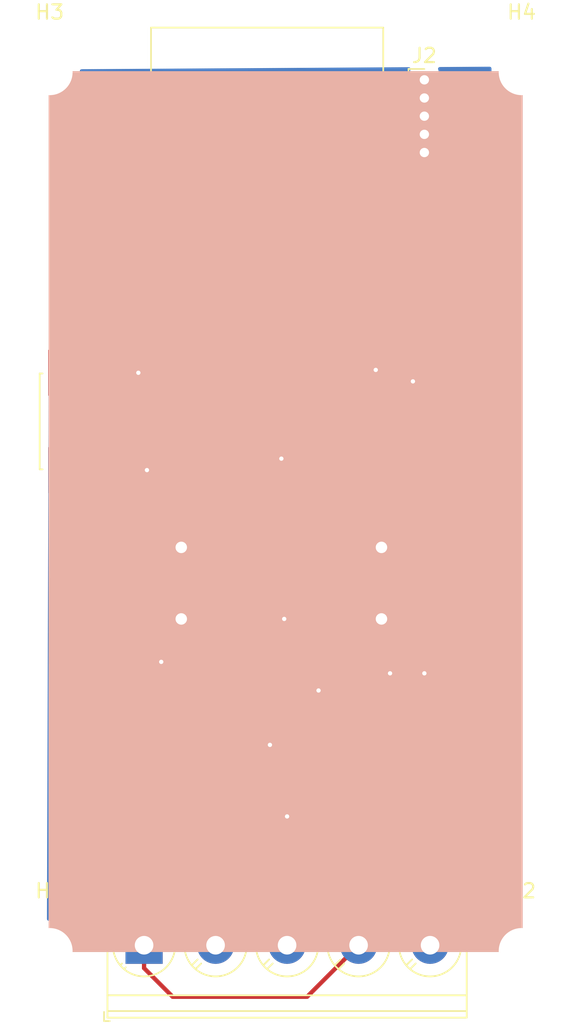
<source format=kicad_pcb>
(kicad_pcb (version 20171130) (host pcbnew 5.0.2+dfsg1-1)

  (general
    (thickness 1.6)
    (drawings 3)
    (tracks 156)
    (zones 0)
    (modules 25)
    (nets 30)
  )

  (page A4)
  (layers
    (0 F.Cu signal)
    (31 B.Cu signal)
    (33 F.Adhes user)
    (35 F.Paste user)
    (37 F.SilkS user)
    (39 F.Mask user)
    (40 Dwgs.User user)
    (41 Cmts.User user)
    (42 Eco1.User user)
    (43 Eco2.User user)
    (44 Edge.Cuts user)
    (45 Margin user)
    (46 B.CrtYd user)
    (47 F.CrtYd user)
    (49 F.Fab user hide)
  )

  (setup
    (last_trace_width 0.15)
    (trace_clearance 0.15)
    (zone_clearance 0.508)
    (zone_45_only no)
    (trace_min 0.15)
    (segment_width 0.2)
    (edge_width 0.15)
    (via_size 0.6)
    (via_drill 0.3)
    (via_min_size 0.6)
    (via_min_drill 0.3)
    (uvia_size 0.6)
    (uvia_drill 0.3)
    (uvias_allowed no)
    (uvia_min_size 0.2)
    (uvia_min_drill 0.1)
    (pcb_text_width 0.3)
    (pcb_text_size 1.5 1.5)
    (mod_edge_width 0.15)
    (mod_text_size 1 1)
    (mod_text_width 0.15)
    (pad_size 1.524 1.524)
    (pad_drill 0.762)
    (pad_to_mask_clearance 0.051)
    (solder_mask_min_width 0.25)
    (aux_axis_origin 0 0)
    (visible_elements FFFFFF7F)
    (pcbplotparams
      (layerselection 0x010fc_ffffffff)
      (usegerberextensions false)
      (usegerberattributes false)
      (usegerberadvancedattributes false)
      (creategerberjobfile false)
      (excludeedgelayer true)
      (linewidth 0.100000)
      (plotframeref false)
      (viasonmask false)
      (mode 1)
      (useauxorigin false)
      (hpglpennumber 1)
      (hpglpenspeed 20)
      (hpglpendiameter 15.000000)
      (psnegative false)
      (psa4output false)
      (plotreference true)
      (plotvalue true)
      (plotinvisibletext false)
      (padsonsilk false)
      (subtractmaskfromsilk false)
      (outputformat 1)
      (mirror false)
      (drillshape 1)
      (scaleselection 1)
      (outputdirectory ""))
  )

  (net 0 "")
  (net 1 "Net-(C1-Pad1)")
  (net 2 "Net-(C1-Pad2)")
  (net 3 +3V3)
  (net 4 GND)
  (net 5 /24VDC)
  (net 6 /VAC2)
  (net 7 /VAC1)
  (net 8 /VALVE1)
  (net 9 "Net-(J1-Pad3)")
  (net 10 /ESP_TX_PROG)
  (net 11 /PROG_TX_ESP)
  (net 12 /FLASH)
  (net 13 /SWITCH1)
  (net 14 "Net-(R1-Pad2)")
  (net 15 /RESET#)
  (net 16 "Net-(R4-Pad1)")
  (net 17 "Net-(R6-Pad1)")
  (net 18 "Net-(U2-Pad2)")
  (net 19 "Net-(U2-Pad4)")
  (net 20 "Net-(U2-Pad5)")
  (net 21 "Net-(U2-Pad6)")
  (net 22 "Net-(U2-Pad7)")
  (net 23 "Net-(U2-Pad9)")
  (net 24 "Net-(U2-Pad10)")
  (net 25 "Net-(U2-Pad11)")
  (net 26 "Net-(U2-Pad13)")
  (net 27 "Net-(U2-Pad14)")
  (net 28 "Net-(U2-Pad20)")
  (net 29 "Net-(U2-Pad19)")

  (net_class Default "This is the default net class."
    (clearance 0.15)
    (trace_width 0.15)
    (via_dia 0.6)
    (via_drill 0.3)
    (uvia_dia 0.6)
    (uvia_drill 0.3)
    (add_net +3V3)
    (add_net /24VDC)
    (add_net /ESP_TX_PROG)
    (add_net /FLASH)
    (add_net /PROG_TX_ESP)
    (add_net /RESET#)
    (add_net /SWITCH1)
    (add_net GND)
    (add_net "Net-(C1-Pad1)")
    (add_net "Net-(C1-Pad2)")
    (add_net "Net-(J1-Pad3)")
    (add_net "Net-(R1-Pad2)")
    (add_net "Net-(R4-Pad1)")
    (add_net "Net-(R6-Pad1)")
    (add_net "Net-(U2-Pad10)")
    (add_net "Net-(U2-Pad11)")
    (add_net "Net-(U2-Pad13)")
    (add_net "Net-(U2-Pad14)")
    (add_net "Net-(U2-Pad19)")
    (add_net "Net-(U2-Pad2)")
    (add_net "Net-(U2-Pad20)")
    (add_net "Net-(U2-Pad4)")
    (add_net "Net-(U2-Pad5)")
    (add_net "Net-(U2-Pad6)")
    (add_net "Net-(U2-Pad7)")
    (add_net "Net-(U2-Pad9)")
  )

  (net_class AC ""
    (clearance 0.3)
    (trace_width 0.3)
    (via_dia 0.8)
    (via_drill 0.5)
    (uvia_dia 0.6)
    (uvia_drill 0.3)
    (add_net /VAC1)
    (add_net /VAC2)
    (add_net /VALVE1)
  )

  (module MountingHole:MountingHole_3.2mm_M3 (layer F.Cu) (tedit 56D1B4CB) (tstamp 5E26ED3A)
    (at 128.4 143.4)
    (descr "Mounting Hole 3.2mm, no annular, M3")
    (tags "mounting hole 3.2mm no annular m3")
    (path /5E1A6366)
    (attr virtual)
    (fp_text reference H2 (at 0 -4.2) (layer F.SilkS)
      (effects (font (size 1 1) (thickness 0.15)))
    )
    (fp_text value MountingHole (at 0 4.2) (layer F.Fab)
      (effects (font (size 1 1) (thickness 0.15)))
    )
    (fp_circle (center 0 0) (end 3.45 0) (layer F.CrtYd) (width 0.05))
    (fp_circle (center 0 0) (end 3.2 0) (layer Cmts.User) (width 0.15))
    (fp_text user %R (at 0.3 0) (layer F.Fab)
      (effects (font (size 1 1) (thickness 0.15)))
    )
    (pad 1 np_thru_hole circle (at 0 0) (size 3.2 3.2) (drill 3.2) (layers *.Cu *.Mask))
  )

  (module MountingHole:MountingHole_3.2mm_M3 (layer F.Cu) (tedit 56D1B4CB) (tstamp 5E26ED32)
    (at 128.4 82)
    (descr "Mounting Hole 3.2mm, no annular, M3")
    (tags "mounting hole 3.2mm no annular m3")
    (path /5E1A6402)
    (attr virtual)
    (fp_text reference H4 (at 0 -4.2) (layer F.SilkS)
      (effects (font (size 1 1) (thickness 0.15)))
    )
    (fp_text value MountingHole (at 0 4.2) (layer F.Fab)
      (effects (font (size 1 1) (thickness 0.15)))
    )
    (fp_text user %R (at 0.3 0) (layer F.Fab)
      (effects (font (size 1 1) (thickness 0.15)))
    )
    (fp_circle (center 0 0) (end 3.2 0) (layer Cmts.User) (width 0.15))
    (fp_circle (center 0 0) (end 3.45 0) (layer F.CrtYd) (width 0.05))
    (pad 1 np_thru_hole circle (at 0 0) (size 3.2 3.2) (drill 3.2) (layers *.Cu *.Mask))
  )

  (module MountingHole:MountingHole_3.2mm_M3 (layer F.Cu) (tedit 56D1B4CB) (tstamp 5E26ED2A)
    (at 95.4 143.4)
    (descr "Mounting Hole 3.2mm, no annular, M3")
    (tags "mounting hole 3.2mm no annular m3")
    (path /5E1A626D)
    (attr virtual)
    (fp_text reference H1 (at 0 -4.2) (layer F.SilkS)
      (effects (font (size 1 1) (thickness 0.15)))
    )
    (fp_text value MountingHole (at 0 4.2) (layer F.Fab)
      (effects (font (size 1 1) (thickness 0.15)))
    )
    (fp_circle (center 0 0) (end 3.45 0) (layer F.CrtYd) (width 0.05))
    (fp_circle (center 0 0) (end 3.2 0) (layer Cmts.User) (width 0.15))
    (fp_text user %R (at 0.3 0) (layer F.Fab)
      (effects (font (size 1 1) (thickness 0.15)))
    )
    (pad 1 np_thru_hole circle (at 0 0) (size 3.2 3.2) (drill 3.2) (layers *.Cu *.Mask))
  )

  (module MountingHole:MountingHole_3.2mm_M3 (layer F.Cu) (tedit 56D1B4CB) (tstamp 5E26ED22)
    (at 95.4 82)
    (descr "Mounting Hole 3.2mm, no annular, M3")
    (tags "mounting hole 3.2mm no annular m3")
    (path /5E1A63AA)
    (attr virtual)
    (fp_text reference H3 (at 0 -4.2) (layer F.SilkS)
      (effects (font (size 1 1) (thickness 0.15)))
    )
    (fp_text value MountingHole (at 0 4.2) (layer F.Fab)
      (effects (font (size 1 1) (thickness 0.15)))
    )
    (fp_text user %R (at 0.3 0) (layer F.Fab)
      (effects (font (size 1 1) (thickness 0.15)))
    )
    (fp_circle (center 0 0) (end 3.2 0) (layer Cmts.User) (width 0.15))
    (fp_circle (center 0 0) (end 3.45 0) (layer F.CrtYd) (width 0.05))
    (pad 1 np_thru_hole circle (at 0 0) (size 3.2 3.2) (drill 3.2) (layers *.Cu *.Mask))
  )

  (module Capacitor_SMD:C_0603_1608Metric (layer F.Cu) (tedit 5B301BBE) (tstamp 5E1FA10D)
    (at 108.6 126.2 270)
    (descr "Capacitor SMD 0603 (1608 Metric), square (rectangular) end terminal, IPC_7351 nominal, (Body size source: http://www.tortai-tech.com/upload/download/2011102023233369053.pdf), generated with kicad-footprint-generator")
    (tags capacitor)
    (path /5E05DBEB)
    (attr smd)
    (fp_text reference C1 (at 2.6 0.8 270) (layer F.SilkS)
      (effects (font (size 1 1) (thickness 0.15)))
    )
    (fp_text value 220nF (at 0 1.43 270) (layer F.Fab)
      (effects (font (size 1 1) (thickness 0.15)))
    )
    (fp_line (start -0.8 0.4) (end -0.8 -0.4) (layer F.Fab) (width 0.1))
    (fp_line (start -0.8 -0.4) (end 0.8 -0.4) (layer F.Fab) (width 0.1))
    (fp_line (start 0.8 -0.4) (end 0.8 0.4) (layer F.Fab) (width 0.1))
    (fp_line (start 0.8 0.4) (end -0.8 0.4) (layer F.Fab) (width 0.1))
    (fp_line (start -0.162779 -0.51) (end 0.162779 -0.51) (layer F.SilkS) (width 0.12))
    (fp_line (start -0.162779 0.51) (end 0.162779 0.51) (layer F.SilkS) (width 0.12))
    (fp_line (start -1.48 0.73) (end -1.48 -0.73) (layer F.CrtYd) (width 0.05))
    (fp_line (start -1.48 -0.73) (end 1.48 -0.73) (layer F.CrtYd) (width 0.05))
    (fp_line (start 1.48 -0.73) (end 1.48 0.73) (layer F.CrtYd) (width 0.05))
    (fp_line (start 1.48 0.73) (end -1.48 0.73) (layer F.CrtYd) (width 0.05))
    (fp_text user %R (at 0 0 270) (layer F.Fab)
      (effects (font (size 0.4 0.4) (thickness 0.06)))
    )
    (pad 1 smd roundrect (at -0.7875 0 270) (size 0.875 0.95) (layers F.Cu F.Paste F.Mask) (roundrect_rratio 0.25)
      (net 1 "Net-(C1-Pad1)"))
    (pad 2 smd roundrect (at 0.7875 0 270) (size 0.875 0.95) (layers F.Cu F.Paste F.Mask) (roundrect_rratio 0.25)
      (net 2 "Net-(C1-Pad2)"))
    (model ${KISYS3DMOD}/Capacitor_SMD.3dshapes/C_0603_1608Metric.wrl
      (at (xyz 0 0 0))
      (scale (xyz 1 1 1))
      (rotate (xyz 0 0 0))
    )
  )

  (module Capacitor_THT:C_Radial_D12.5mm_H20.0mm_P5.00mm (layer F.Cu) (tedit 5BC5C9BA) (tstamp 5E1FA117)
    (at 118.6 120.2 90)
    (descr "C, Radial series, Radial, pin pitch=5.00mm, diameter=12.5mm, height=20mm, Non-Polar Electrolytic Capacitor")
    (tags "C Radial series Radial pin pitch 5.00mm diameter 12.5mm height 20mm Non-Polar Electrolytic Capacitor")
    (path /5E18DA66)
    (fp_text reference C2 (at 6.4 -6.6 90) (layer F.SilkS)
      (effects (font (size 1 1) (thickness 0.15)))
    )
    (fp_text value 470uF (at 2.5 7.5 90) (layer F.Fab)
      (effects (font (size 1 1) (thickness 0.15)))
    )
    (fp_circle (center 2.5 0) (end 8.75 0) (layer F.Fab) (width 0.1))
    (fp_circle (center 2.5 0) (end 8.87 0) (layer F.SilkS) (width 0.12))
    (fp_circle (center 2.5 0) (end 9 0) (layer F.CrtYd) (width 0.05))
    (fp_text user %R (at 2.5 0 90) (layer F.Fab)
      (effects (font (size 1 1) (thickness 0.15)))
    )
    (pad 1 thru_hole circle (at 0 0 90) (size 1.6 1.6) (drill 0.8) (layers *.Cu *.Mask)
      (net 3 +3V3))
    (pad 2 thru_hole circle (at 5 0 90) (size 1.6 1.6) (drill 0.8) (layers *.Cu *.Mask)
      (net 4 GND))
    (model ${KISYS3DMOD}/Capacitor_THT.3dshapes/C_Radial_D12.5mm_H20.0mm_P5.00mm.wrl
      (at (xyz 0 0 0))
      (scale (xyz 1 1 1))
      (rotate (xyz 0 0 0))
    )
  )

  (module Capacitor_THT:C_Radial_D12.5mm_H20.0mm_P5.00mm (layer F.Cu) (tedit 5BC5C9BA) (tstamp 5E1FA121)
    (at 104.6 120.2 90)
    (descr "C, Radial series, Radial, pin pitch=5.00mm, diameter=12.5mm, height=20mm, Non-Polar Electrolytic Capacitor")
    (tags "C Radial series Radial pin pitch 5.00mm diameter 12.5mm height 20mm Non-Polar Electrolytic Capacitor")
    (path /5E05D6CC)
    (fp_text reference C3 (at 2.5 -7.5 90) (layer F.SilkS)
      (effects (font (size 1 1) (thickness 0.15)))
    )
    (fp_text value 470uF (at 2.5 7.5 90) (layer F.Fab)
      (effects (font (size 1 1) (thickness 0.15)))
    )
    (fp_text user %R (at 2.5 0 90) (layer F.Fab)
      (effects (font (size 1 1) (thickness 0.15)))
    )
    (fp_circle (center 2.5 0) (end 9 0) (layer F.CrtYd) (width 0.05))
    (fp_circle (center 2.5 0) (end 8.87 0) (layer F.SilkS) (width 0.12))
    (fp_circle (center 2.5 0) (end 8.75 0) (layer F.Fab) (width 0.1))
    (pad 2 thru_hole circle (at 5 0 90) (size 1.6 1.6) (drill 0.8) (layers *.Cu *.Mask)
      (net 4 GND))
    (pad 1 thru_hole circle (at 0 0 90) (size 1.6 1.6) (drill 0.8) (layers *.Cu *.Mask)
      (net 5 /24VDC))
    (model ${KISYS3DMOD}/Capacitor_THT.3dshapes/C_Radial_D12.5mm_H20.0mm_P5.00mm.wrl
      (at (xyz 0 0 0))
      (scale (xyz 1 1 1))
      (rotate (xyz 0 0 0))
    )
  )

  (module Capacitor_SMD:C_0603_1608Metric (layer F.Cu) (tedit 5B301BBE) (tstamp 5E26D1DC)
    (at 111.8 122.4 90)
    (descr "Capacitor SMD 0603 (1608 Metric), square (rectangular) end terminal, IPC_7351 nominal, (Body size source: http://www.tortai-tech.com/upload/download/2011102023233369053.pdf), generated with kicad-footprint-generator")
    (tags capacitor)
    (path /5E05DB38)
    (attr smd)
    (fp_text reference C4 (at 0 -1.43 90) (layer F.SilkS)
      (effects (font (size 1 1) (thickness 0.15)))
    )
    (fp_text value 1uF (at 0 1.43 90) (layer F.Fab)
      (effects (font (size 1 1) (thickness 0.15)))
    )
    (fp_text user %R (at 0 0 90) (layer F.Fab)
      (effects (font (size 0.4 0.4) (thickness 0.06)))
    )
    (fp_line (start 1.48 0.73) (end -1.48 0.73) (layer F.CrtYd) (width 0.05))
    (fp_line (start 1.48 -0.73) (end 1.48 0.73) (layer F.CrtYd) (width 0.05))
    (fp_line (start -1.48 -0.73) (end 1.48 -0.73) (layer F.CrtYd) (width 0.05))
    (fp_line (start -1.48 0.73) (end -1.48 -0.73) (layer F.CrtYd) (width 0.05))
    (fp_line (start -0.162779 0.51) (end 0.162779 0.51) (layer F.SilkS) (width 0.12))
    (fp_line (start -0.162779 -0.51) (end 0.162779 -0.51) (layer F.SilkS) (width 0.12))
    (fp_line (start 0.8 0.4) (end -0.8 0.4) (layer F.Fab) (width 0.1))
    (fp_line (start 0.8 -0.4) (end 0.8 0.4) (layer F.Fab) (width 0.1))
    (fp_line (start -0.8 -0.4) (end 0.8 -0.4) (layer F.Fab) (width 0.1))
    (fp_line (start -0.8 0.4) (end -0.8 -0.4) (layer F.Fab) (width 0.1))
    (pad 2 smd roundrect (at 0.7875 0 90) (size 0.875 0.95) (layers F.Cu F.Paste F.Mask) (roundrect_rratio 0.25)
      (net 4 GND))
    (pad 1 smd roundrect (at -0.7875 0 90) (size 0.875 0.95) (layers F.Cu F.Paste F.Mask) (roundrect_rratio 0.25)
      (net 5 /24VDC))
    (model ${KISYS3DMOD}/Capacitor_SMD.3dshapes/C_0603_1608Metric.wrl
      (at (xyz 0 0 0))
      (scale (xyz 1 1 1))
      (rotate (xyz 0 0 0))
    )
  )

  (module Package_TO_SOT_SMD:TO-269AA (layer F.Cu) (tedit 5A4F6848) (tstamp 5E1FA14D)
    (at 104.4 128.2 90)
    (descr "SMD package TO-269AA (e.g. diode bridge), see http://www.vishay.com/docs/88854/padlayouts.pdf")
    (tags "TO-269AA MBS diode bridge")
    (path /5E19F94A)
    (attr smd)
    (fp_text reference D1 (at 0 -3.4 90) (layer F.SilkS)
      (effects (font (size 1 1) (thickness 0.15)))
    )
    (fp_text value MB6S (at 0 3.5 90) (layer F.Fab)
      (effects (font (size 1 1) (thickness 0.15)))
    )
    (fp_line (start -2.2 -2.5) (end -2.2 -2) (layer F.SilkS) (width 0.12))
    (fp_line (start -2.2 -2) (end -3.6 -2) (layer F.SilkS) (width 0.12))
    (fp_text user %R (at 0 -0.065 90) (layer F.Fab)
      (effects (font (size 1 1) (thickness 0.15)))
    )
    (fp_line (start 2.2 -0.8) (end 2.2 0.8) (layer F.SilkS) (width 0.12))
    (fp_line (start -2.2 -0.8) (end -2.2 0.8) (layer F.SilkS) (width 0.12))
    (fp_line (start 2.2 -1.7) (end 2.2 -2.5) (layer F.SilkS) (width 0.12))
    (fp_line (start 2.2 -2.5) (end -2.2 -2.5) (layer F.SilkS) (width 0.12))
    (fp_line (start 2.2 1.7) (end 2.2 2.5) (layer F.SilkS) (width 0.12))
    (fp_line (start 2.2 2.5) (end -2.2 2.5) (layer F.SilkS) (width 0.12))
    (fp_line (start -2.2 2.5) (end -2.2 1.7) (layer F.SilkS) (width 0.12))
    (fp_line (start 2.05 -2.4) (end 2.05 2.4) (layer F.Fab) (width 0.12))
    (fp_line (start 2.05 2.4) (end -2.05 2.4) (layer F.Fab) (width 0.12))
    (fp_line (start -2.05 2.4) (end -2.05 -1.7) (layer F.Fab) (width 0.12))
    (fp_line (start -2.05 -1.7) (end -1.35 -2.4) (layer F.Fab) (width 0.12))
    (fp_line (start -1.35 -2.4) (end 2.05 -2.4) (layer F.Fab) (width 0.12))
    (fp_line (start -3.82 -2.65) (end 3.83 -2.65) (layer F.CrtYd) (width 0.05))
    (fp_line (start -3.82 -2.65) (end -3.82 2.65) (layer F.CrtYd) (width 0.05))
    (fp_line (start 3.83 2.65) (end 3.83 -2.65) (layer F.CrtYd) (width 0.05))
    (fp_line (start 3.83 2.65) (end -3.82 2.65) (layer F.CrtYd) (width 0.05))
    (pad 1 smd rect (at -3.075 -1.27 90) (size 1 0.8) (layers F.Cu F.Paste F.Mask)
      (net 7 /VAC1))
    (pad 2 smd rect (at -3.075 1.27 90) (size 1 0.8) (layers F.Cu F.Paste F.Mask)
      (net 6 /VAC2))
    (pad 3 smd rect (at 3.075 1.27 90) (size 1 0.8) (layers F.Cu F.Paste F.Mask)
      (net 5 /24VDC))
    (pad 4 smd rect (at 3.075 -1.27 90) (size 1 0.8) (layers F.Cu F.Paste F.Mask)
      (net 4 GND))
    (model ${KISYS3DMOD}/Package_TO_SOT_SMD.3dshapes/TO-269AA.wrl
      (at (xyz 0 0 0))
      (scale (xyz 1 1 1))
      (rotate (xyz 0 0 0))
    )
  )

  (module Diode_SMD:D_SOD-123F (layer F.Cu) (tedit 587F7769) (tstamp 5E26C161)
    (at 112 131 270)
    (descr D_SOD-123F)
    (tags D_SOD-123F)
    (path /5E05DEF2)
    (attr smd)
    (fp_text reference D2 (at 3.6 0 270) (layer F.SilkS)
      (effects (font (size 1 1) (thickness 0.15)))
    )
    (fp_text value SS14FL (at 0 2.1 270) (layer F.Fab)
      (effects (font (size 1 1) (thickness 0.15)))
    )
    (fp_text user %R (at -0.127 -1.905 270) (layer F.Fab)
      (effects (font (size 1 1) (thickness 0.15)))
    )
    (fp_line (start -2.2 -1) (end -2.2 1) (layer F.SilkS) (width 0.12))
    (fp_line (start 0.25 0) (end 0.75 0) (layer F.Fab) (width 0.1))
    (fp_line (start 0.25 0.4) (end -0.35 0) (layer F.Fab) (width 0.1))
    (fp_line (start 0.25 -0.4) (end 0.25 0.4) (layer F.Fab) (width 0.1))
    (fp_line (start -0.35 0) (end 0.25 -0.4) (layer F.Fab) (width 0.1))
    (fp_line (start -0.35 0) (end -0.35 0.55) (layer F.Fab) (width 0.1))
    (fp_line (start -0.35 0) (end -0.35 -0.55) (layer F.Fab) (width 0.1))
    (fp_line (start -0.75 0) (end -0.35 0) (layer F.Fab) (width 0.1))
    (fp_line (start -1.4 0.9) (end -1.4 -0.9) (layer F.Fab) (width 0.1))
    (fp_line (start 1.4 0.9) (end -1.4 0.9) (layer F.Fab) (width 0.1))
    (fp_line (start 1.4 -0.9) (end 1.4 0.9) (layer F.Fab) (width 0.1))
    (fp_line (start -1.4 -0.9) (end 1.4 -0.9) (layer F.Fab) (width 0.1))
    (fp_line (start -2.2 -1.15) (end 2.2 -1.15) (layer F.CrtYd) (width 0.05))
    (fp_line (start 2.2 -1.15) (end 2.2 1.15) (layer F.CrtYd) (width 0.05))
    (fp_line (start 2.2 1.15) (end -2.2 1.15) (layer F.CrtYd) (width 0.05))
    (fp_line (start -2.2 -1.15) (end -2.2 1.15) (layer F.CrtYd) (width 0.05))
    (fp_line (start -2.2 1) (end 1.65 1) (layer F.SilkS) (width 0.12))
    (fp_line (start -2.2 -1) (end 1.65 -1) (layer F.SilkS) (width 0.12))
    (pad 1 smd rect (at -1.4 0 270) (size 1.1 1.1) (layers F.Cu F.Paste F.Mask)
      (net 1 "Net-(C1-Pad1)"))
    (pad 2 smd rect (at 1.4 0 270) (size 1.1 1.1) (layers F.Cu F.Paste F.Mask)
      (net 4 GND))
    (model ${KISYS3DMOD}/Diode_SMD.3dshapes/D_SOD-123F.wrl
      (at (xyz 0 0 0))
      (scale (xyz 1 1 1))
      (rotate (xyz 0 0 0))
    )
  )

  (module Diode_SMD:D_SOD-123 (layer F.Cu) (tedit 58645DC7) (tstamp 5E1FA17F)
    (at 104.55 137)
    (descr SOD-123)
    (tags SOD-123)
    (path /5E11FFB2)
    (attr smd)
    (fp_text reference D3 (at -4 0) (layer F.SilkS)
      (effects (font (size 1 1) (thickness 0.15)))
    )
    (fp_text value TV02W360B-G (at 0 2.1) (layer F.Fab)
      (effects (font (size 1 1) (thickness 0.15)))
    )
    (fp_text user %R (at 0 -2) (layer F.Fab)
      (effects (font (size 1 1) (thickness 0.15)))
    )
    (fp_line (start -2.25 -1) (end -2.25 1) (layer F.SilkS) (width 0.12))
    (fp_line (start 0.25 0) (end 0.75 0) (layer F.Fab) (width 0.1))
    (fp_line (start 0.25 0.4) (end -0.35 0) (layer F.Fab) (width 0.1))
    (fp_line (start 0.25 -0.4) (end 0.25 0.4) (layer F.Fab) (width 0.1))
    (fp_line (start -0.35 0) (end 0.25 -0.4) (layer F.Fab) (width 0.1))
    (fp_line (start -0.35 0) (end -0.35 0.55) (layer F.Fab) (width 0.1))
    (fp_line (start -0.35 0) (end -0.35 -0.55) (layer F.Fab) (width 0.1))
    (fp_line (start -0.75 0) (end -0.35 0) (layer F.Fab) (width 0.1))
    (fp_line (start -1.4 0.9) (end -1.4 -0.9) (layer F.Fab) (width 0.1))
    (fp_line (start 1.4 0.9) (end -1.4 0.9) (layer F.Fab) (width 0.1))
    (fp_line (start 1.4 -0.9) (end 1.4 0.9) (layer F.Fab) (width 0.1))
    (fp_line (start -1.4 -0.9) (end 1.4 -0.9) (layer F.Fab) (width 0.1))
    (fp_line (start -2.35 -1.15) (end 2.35 -1.15) (layer F.CrtYd) (width 0.05))
    (fp_line (start 2.35 -1.15) (end 2.35 1.15) (layer F.CrtYd) (width 0.05))
    (fp_line (start 2.35 1.15) (end -2.35 1.15) (layer F.CrtYd) (width 0.05))
    (fp_line (start -2.35 -1.15) (end -2.35 1.15) (layer F.CrtYd) (width 0.05))
    (fp_line (start -2.25 1) (end 1.65 1) (layer F.SilkS) (width 0.12))
    (fp_line (start -2.25 -1) (end 1.65 -1) (layer F.SilkS) (width 0.12))
    (pad 1 smd rect (at -1.65 0) (size 0.9 1.2) (layers F.Cu F.Paste F.Mask)
      (net 7 /VAC1))
    (pad 2 smd rect (at 1.65 0) (size 0.9 1.2) (layers F.Cu F.Paste F.Mask)
      (net 6 /VAC2))
    (model ${KISYS3DMOD}/Diode_SMD.3dshapes/D_SOD-123.wrl
      (at (xyz 0 0 0))
      (scale (xyz 1 1 1))
      (rotate (xyz 0 0 0))
    )
  )

  (module Diode_SMD:D_SOD-123 (layer F.Cu) (tedit 58645DC7) (tstamp 5E1FA198)
    (at 119.45 136.8 180)
    (descr SOD-123)
    (tags SOD-123)
    (path /5E1639E9)
    (attr smd)
    (fp_text reference D4 (at -3.55 0 180) (layer F.SilkS)
      (effects (font (size 1 1) (thickness 0.15)))
    )
    (fp_text value TV02W360B-G (at 0 2.1 180) (layer F.Fab)
      (effects (font (size 1 1) (thickness 0.15)))
    )
    (fp_line (start -2.25 -1) (end 1.65 -1) (layer F.SilkS) (width 0.12))
    (fp_line (start -2.25 1) (end 1.65 1) (layer F.SilkS) (width 0.12))
    (fp_line (start -2.35 -1.15) (end -2.35 1.15) (layer F.CrtYd) (width 0.05))
    (fp_line (start 2.35 1.15) (end -2.35 1.15) (layer F.CrtYd) (width 0.05))
    (fp_line (start 2.35 -1.15) (end 2.35 1.15) (layer F.CrtYd) (width 0.05))
    (fp_line (start -2.35 -1.15) (end 2.35 -1.15) (layer F.CrtYd) (width 0.05))
    (fp_line (start -1.4 -0.9) (end 1.4 -0.9) (layer F.Fab) (width 0.1))
    (fp_line (start 1.4 -0.9) (end 1.4 0.9) (layer F.Fab) (width 0.1))
    (fp_line (start 1.4 0.9) (end -1.4 0.9) (layer F.Fab) (width 0.1))
    (fp_line (start -1.4 0.9) (end -1.4 -0.9) (layer F.Fab) (width 0.1))
    (fp_line (start -0.75 0) (end -0.35 0) (layer F.Fab) (width 0.1))
    (fp_line (start -0.35 0) (end -0.35 -0.55) (layer F.Fab) (width 0.1))
    (fp_line (start -0.35 0) (end -0.35 0.55) (layer F.Fab) (width 0.1))
    (fp_line (start -0.35 0) (end 0.25 -0.4) (layer F.Fab) (width 0.1))
    (fp_line (start 0.25 -0.4) (end 0.25 0.4) (layer F.Fab) (width 0.1))
    (fp_line (start 0.25 0.4) (end -0.35 0) (layer F.Fab) (width 0.1))
    (fp_line (start 0.25 0) (end 0.75 0) (layer F.Fab) (width 0.1))
    (fp_line (start -2.25 -1) (end -2.25 1) (layer F.SilkS) (width 0.12))
    (fp_text user %R (at 0 -2 180) (layer F.Fab)
      (effects (font (size 1 1) (thickness 0.15)))
    )
    (pad 2 smd rect (at 1.65 0 180) (size 0.9 1.2) (layers F.Cu F.Paste F.Mask)
      (net 7 /VAC1))
    (pad 1 smd rect (at -1.65 0 180) (size 0.9 1.2) (layers F.Cu F.Paste F.Mask)
      (net 8 /VALVE1))
    (model ${KISYS3DMOD}/Diode_SMD.3dshapes/D_SOD-123.wrl
      (at (xyz 0 0 0))
      (scale (xyz 1 1 1))
      (rotate (xyz 0 0 0))
    )
  )

  (module TerminalBlock_Phoenix:TerminalBlock_Phoenix_PT-1,5-5-5.0-H_1x05_P5.00mm_Horizontal (layer F.Cu) (tedit 5B294F6A) (tstamp 5E1FA1DD)
    (at 102 143)
    (descr "Terminal Block Phoenix PT-1,5-5-5.0-H, 5 pins, pitch 5mm, size 25x9mm^2, drill diamater 1.3mm, pad diameter 2.6mm, see http://www.mouser.com/ds/2/324/ItemDetail_1935161-922578.pdf, script-generated using https://github.com/pointhi/kicad-footprint-generator/scripts/TerminalBlock_Phoenix")
    (tags "THT Terminal Block Phoenix PT-1,5-5-5.0-H pitch 5mm size 25x9mm^2 drill 1.3mm pad 2.6mm")
    (path /5E1866B6)
    (fp_text reference J1 (at 10 -5.06) (layer F.SilkS)
      (effects (font (size 1 1) (thickness 0.15)))
    )
    (fp_text value Screw_Terminal_01x05 (at 10 6.06) (layer F.Fab)
      (effects (font (size 1 1) (thickness 0.15)))
    )
    (fp_circle (center 0 0) (end 2 0) (layer F.Fab) (width 0.1))
    (fp_circle (center 0 0) (end 2.18 0) (layer F.SilkS) (width 0.12))
    (fp_circle (center 5 0) (end 7 0) (layer F.Fab) (width 0.1))
    (fp_circle (center 5 0) (end 7.18 0) (layer F.SilkS) (width 0.12))
    (fp_circle (center 10 0) (end 12 0) (layer F.Fab) (width 0.1))
    (fp_circle (center 10 0) (end 12.18 0) (layer F.SilkS) (width 0.12))
    (fp_circle (center 15 0) (end 17 0) (layer F.Fab) (width 0.1))
    (fp_circle (center 15 0) (end 17.18 0) (layer F.SilkS) (width 0.12))
    (fp_circle (center 20 0) (end 22 0) (layer F.Fab) (width 0.1))
    (fp_circle (center 20 0) (end 22.18 0) (layer F.SilkS) (width 0.12))
    (fp_line (start -2.5 -4) (end 22.5 -4) (layer F.Fab) (width 0.1))
    (fp_line (start 22.5 -4) (end 22.5 5) (layer F.Fab) (width 0.1))
    (fp_line (start 22.5 5) (end -2.1 5) (layer F.Fab) (width 0.1))
    (fp_line (start -2.1 5) (end -2.5 4.6) (layer F.Fab) (width 0.1))
    (fp_line (start -2.5 4.6) (end -2.5 -4) (layer F.Fab) (width 0.1))
    (fp_line (start -2.5 4.6) (end 22.5 4.6) (layer F.Fab) (width 0.1))
    (fp_line (start -2.56 4.6) (end 22.56 4.6) (layer F.SilkS) (width 0.12))
    (fp_line (start -2.5 3.5) (end 22.5 3.5) (layer F.Fab) (width 0.1))
    (fp_line (start -2.56 3.5) (end 22.56 3.5) (layer F.SilkS) (width 0.12))
    (fp_line (start -2.56 -4.06) (end 22.56 -4.06) (layer F.SilkS) (width 0.12))
    (fp_line (start -2.56 5.06) (end 22.56 5.06) (layer F.SilkS) (width 0.12))
    (fp_line (start -2.56 -4.06) (end -2.56 5.06) (layer F.SilkS) (width 0.12))
    (fp_line (start 22.56 -4.06) (end 22.56 5.06) (layer F.SilkS) (width 0.12))
    (fp_line (start 1.517 -1.273) (end -1.273 1.517) (layer F.Fab) (width 0.1))
    (fp_line (start 1.273 -1.517) (end -1.517 1.273) (layer F.Fab) (width 0.1))
    (fp_line (start 1.654 -1.388) (end 1.547 -1.281) (layer F.SilkS) (width 0.12))
    (fp_line (start -1.282 1.547) (end -1.388 1.654) (layer F.SilkS) (width 0.12))
    (fp_line (start 1.388 -1.654) (end 1.281 -1.547) (layer F.SilkS) (width 0.12))
    (fp_line (start -1.548 1.281) (end -1.654 1.388) (layer F.SilkS) (width 0.12))
    (fp_line (start 6.517 -1.273) (end 3.728 1.517) (layer F.Fab) (width 0.1))
    (fp_line (start 6.273 -1.517) (end 3.484 1.273) (layer F.Fab) (width 0.1))
    (fp_line (start 6.654 -1.388) (end 6.259 -0.992) (layer F.SilkS) (width 0.12))
    (fp_line (start 3.993 1.274) (end 3.613 1.654) (layer F.SilkS) (width 0.12))
    (fp_line (start 6.388 -1.654) (end 6.008 -1.274) (layer F.SilkS) (width 0.12))
    (fp_line (start 3.742 0.992) (end 3.347 1.388) (layer F.SilkS) (width 0.12))
    (fp_line (start 11.517 -1.273) (end 8.728 1.517) (layer F.Fab) (width 0.1))
    (fp_line (start 11.273 -1.517) (end 8.484 1.273) (layer F.Fab) (width 0.1))
    (fp_line (start 11.654 -1.388) (end 11.259 -0.992) (layer F.SilkS) (width 0.12))
    (fp_line (start 8.993 1.274) (end 8.613 1.654) (layer F.SilkS) (width 0.12))
    (fp_line (start 11.388 -1.654) (end 11.008 -1.274) (layer F.SilkS) (width 0.12))
    (fp_line (start 8.742 0.992) (end 8.347 1.388) (layer F.SilkS) (width 0.12))
    (fp_line (start 16.517 -1.273) (end 13.728 1.517) (layer F.Fab) (width 0.1))
    (fp_line (start 16.273 -1.517) (end 13.484 1.273) (layer F.Fab) (width 0.1))
    (fp_line (start 16.654 -1.388) (end 16.259 -0.992) (layer F.SilkS) (width 0.12))
    (fp_line (start 13.993 1.274) (end 13.613 1.654) (layer F.SilkS) (width 0.12))
    (fp_line (start 16.388 -1.654) (end 16.008 -1.274) (layer F.SilkS) (width 0.12))
    (fp_line (start 13.742 0.992) (end 13.347 1.388) (layer F.SilkS) (width 0.12))
    (fp_line (start 21.517 -1.273) (end 18.728 1.517) (layer F.Fab) (width 0.1))
    (fp_line (start 21.273 -1.517) (end 18.484 1.273) (layer F.Fab) (width 0.1))
    (fp_line (start 21.654 -1.388) (end 21.259 -0.992) (layer F.SilkS) (width 0.12))
    (fp_line (start 18.993 1.274) (end 18.613 1.654) (layer F.SilkS) (width 0.12))
    (fp_line (start 21.388 -1.654) (end 21.008 -1.274) (layer F.SilkS) (width 0.12))
    (fp_line (start 18.742 0.992) (end 18.347 1.388) (layer F.SilkS) (width 0.12))
    (fp_line (start -2.8 4.66) (end -2.8 5.3) (layer F.SilkS) (width 0.12))
    (fp_line (start -2.8 5.3) (end -2.4 5.3) (layer F.SilkS) (width 0.12))
    (fp_line (start -3 -4.5) (end -3 5.5) (layer F.CrtYd) (width 0.05))
    (fp_line (start -3 5.5) (end 23 5.5) (layer F.CrtYd) (width 0.05))
    (fp_line (start 23 5.5) (end 23 -4.5) (layer F.CrtYd) (width 0.05))
    (fp_line (start 23 -4.5) (end -3 -4.5) (layer F.CrtYd) (width 0.05))
    (fp_text user %R (at 10 2.9) (layer F.Fab)
      (effects (font (size 1 1) (thickness 0.15)))
    )
    (pad 1 thru_hole rect (at 0 0) (size 2.6 2.6) (drill 1.3) (layers *.Cu *.Mask)
      (net 7 /VAC1))
    (pad 2 thru_hole circle (at 5 0) (size 2.6 2.6) (drill 1.3) (layers *.Cu *.Mask)
      (net 6 /VAC2))
    (pad 3 thru_hole circle (at 10 0) (size 2.6 2.6) (drill 1.3) (layers *.Cu *.Mask)
      (net 9 "Net-(J1-Pad3)"))
    (pad 4 thru_hole circle (at 15 0) (size 2.6 2.6) (drill 1.3) (layers *.Cu *.Mask)
      (net 7 /VAC1))
    (pad 5 thru_hole circle (at 20 0) (size 2.6 2.6) (drill 1.3) (layers *.Cu *.Mask)
      (net 8 /VALVE1))
    (model ${KISYS3DMOD}/TerminalBlock_Phoenix.3dshapes/TerminalBlock_Phoenix_PT-1,5-5-5.0-H_1x05_P5.00mm_Horizontal.wrl
      (at (xyz 0 0 0))
      (scale (xyz 1 1 1))
      (rotate (xyz 0 0 0))
    )
  )

  (module Connector_PinHeader_1.27mm:PinHeader_1x05_P1.27mm_Vertical (layer F.Cu) (tedit 59FED6E3) (tstamp 5E1FA1F8)
    (at 121.6 82.53)
    (descr "Through hole straight pin header, 1x05, 1.27mm pitch, single row")
    (tags "Through hole pin header THT 1x05 1.27mm single row")
    (path /5E193A7A)
    (fp_text reference J2 (at 0 -1.695) (layer F.SilkS)
      (effects (font (size 1 1) (thickness 0.15)))
    )
    (fp_text value Conn_01x05_Male (at 0 6.775) (layer F.Fab)
      (effects (font (size 1 1) (thickness 0.15)))
    )
    (fp_line (start -0.525 -0.635) (end 1.05 -0.635) (layer F.Fab) (width 0.1))
    (fp_line (start 1.05 -0.635) (end 1.05 5.715) (layer F.Fab) (width 0.1))
    (fp_line (start 1.05 5.715) (end -1.05 5.715) (layer F.Fab) (width 0.1))
    (fp_line (start -1.05 5.715) (end -1.05 -0.11) (layer F.Fab) (width 0.1))
    (fp_line (start -1.05 -0.11) (end -0.525 -0.635) (layer F.Fab) (width 0.1))
    (fp_line (start -1.11 5.775) (end -0.30753 5.775) (layer F.SilkS) (width 0.12))
    (fp_line (start 0.30753 5.775) (end 1.11 5.775) (layer F.SilkS) (width 0.12))
    (fp_line (start -1.11 0.76) (end -1.11 5.775) (layer F.SilkS) (width 0.12))
    (fp_line (start 1.11 0.76) (end 1.11 5.775) (layer F.SilkS) (width 0.12))
    (fp_line (start -1.11 0.76) (end -0.563471 0.76) (layer F.SilkS) (width 0.12))
    (fp_line (start 0.563471 0.76) (end 1.11 0.76) (layer F.SilkS) (width 0.12))
    (fp_line (start -1.11 0) (end -1.11 -0.76) (layer F.SilkS) (width 0.12))
    (fp_line (start -1.11 -0.76) (end 0 -0.76) (layer F.SilkS) (width 0.12))
    (fp_line (start -1.55 -1.15) (end -1.55 6.25) (layer F.CrtYd) (width 0.05))
    (fp_line (start -1.55 6.25) (end 1.55 6.25) (layer F.CrtYd) (width 0.05))
    (fp_line (start 1.55 6.25) (end 1.55 -1.15) (layer F.CrtYd) (width 0.05))
    (fp_line (start 1.55 -1.15) (end -1.55 -1.15) (layer F.CrtYd) (width 0.05))
    (fp_text user %R (at 0 2.54 90) (layer F.Fab)
      (effects (font (size 1 1) (thickness 0.15)))
    )
    (pad 1 thru_hole rect (at 0 0) (size 1 1) (drill 0.65) (layers *.Cu *.Mask)
      (net 3 +3V3))
    (pad 2 thru_hole oval (at 0 1.27) (size 1 1) (drill 0.65) (layers *.Cu *.Mask)
      (net 10 /ESP_TX_PROG))
    (pad 3 thru_hole oval (at 0 2.54) (size 1 1) (drill 0.65) (layers *.Cu *.Mask)
      (net 11 /PROG_TX_ESP))
    (pad 4 thru_hole oval (at 0 3.81) (size 1 1) (drill 0.65) (layers *.Cu *.Mask)
      (net 12 /FLASH))
    (pad 5 thru_hole oval (at 0 5.08) (size 1 1) (drill 0.65) (layers *.Cu *.Mask)
      (net 4 GND))
    (model ${KISYS3DMOD}/Connector_PinHeader_1.27mm.3dshapes/PinHeader_1x05_P1.27mm_Vertical.wrl
      (at (xyz 0 0 0))
      (scale (xyz 1 1 1))
      (rotate (xyz 0 0 0))
    )
  )

  (module Inductor_SMD:L_0805_2012Metric (layer F.Cu) (tedit 5B36C52B) (tstamp 5E1FA209)
    (at 109.6 130.5375 270)
    (descr "Inductor SMD 0805 (2012 Metric), square (rectangular) end terminal, IPC_7351 nominal, (Body size source: https://docs.google.com/spreadsheets/d/1BsfQQcO9C6DZCsRaXUlFlo91Tg2WpOkGARC1WS5S8t0/edit?usp=sharing), generated with kicad-footprint-generator")
    (tags inductor)
    (path /5E05DCBE)
    (attr smd)
    (fp_text reference L1 (at 2.8625 0 270) (layer F.SilkS)
      (effects (font (size 1 1) (thickness 0.15)))
    )
    (fp_text value 27uH (at 0 1.65 270) (layer F.Fab)
      (effects (font (size 1 1) (thickness 0.15)))
    )
    (fp_line (start -1 0.6) (end -1 -0.6) (layer F.Fab) (width 0.1))
    (fp_line (start -1 -0.6) (end 1 -0.6) (layer F.Fab) (width 0.1))
    (fp_line (start 1 -0.6) (end 1 0.6) (layer F.Fab) (width 0.1))
    (fp_line (start 1 0.6) (end -1 0.6) (layer F.Fab) (width 0.1))
    (fp_line (start -0.258578 -0.71) (end 0.258578 -0.71) (layer F.SilkS) (width 0.12))
    (fp_line (start -0.258578 0.71) (end 0.258578 0.71) (layer F.SilkS) (width 0.12))
    (fp_line (start -1.68 0.95) (end -1.68 -0.95) (layer F.CrtYd) (width 0.05))
    (fp_line (start -1.68 -0.95) (end 1.68 -0.95) (layer F.CrtYd) (width 0.05))
    (fp_line (start 1.68 -0.95) (end 1.68 0.95) (layer F.CrtYd) (width 0.05))
    (fp_line (start 1.68 0.95) (end -1.68 0.95) (layer F.CrtYd) (width 0.05))
    (fp_text user %R (at 0 0 270) (layer F.Fab)
      (effects (font (size 0.5 0.5) (thickness 0.08)))
    )
    (pad 1 smd roundrect (at -0.9375 0 270) (size 0.975 1.4) (layers F.Cu F.Paste F.Mask) (roundrect_rratio 0.25)
      (net 1 "Net-(C1-Pad1)"))
    (pad 2 smd roundrect (at 0.9375 0 270) (size 0.975 1.4) (layers F.Cu F.Paste F.Mask) (roundrect_rratio 0.25)
      (net 3 +3V3))
    (model ${KISYS3DMOD}/Inductor_SMD.3dshapes/L_0805_2012Metric.wrl
      (at (xyz 0 0 0))
      (scale (xyz 1 1 1))
      (rotate (xyz 0 0 0))
    )
  )

  (module Package_SO:SOIC-8_3.9x4.9mm_P1.27mm (layer F.Cu) (tedit 5A02F2D3) (tstamp 5E26BFE4)
    (at 119.8 128.6 270)
    (descr "8-Lead Plastic Small Outline (SN) - Narrow, 3.90 mm Body [SOIC] (see Microchip Packaging Specification http://ww1.microchip.com/downloads/en/PackagingSpec/00000049BQ.pdf)")
    (tags "SOIC 1.27")
    (path /5E192796)
    (attr smd)
    (fp_text reference Q1 (at 0 -3.5 270) (layer F.SilkS)
      (effects (font (size 1 1) (thickness 0.15)))
    )
    (fp_text value NTMD5838NLR2G (at 0 3.5 270) (layer F.Fab)
      (effects (font (size 1 1) (thickness 0.15)))
    )
    (fp_text user %R (at 0 0 270) (layer F.Fab)
      (effects (font (size 1 1) (thickness 0.15)))
    )
    (fp_line (start -0.95 -2.45) (end 1.95 -2.45) (layer F.Fab) (width 0.1))
    (fp_line (start 1.95 -2.45) (end 1.95 2.45) (layer F.Fab) (width 0.1))
    (fp_line (start 1.95 2.45) (end -1.95 2.45) (layer F.Fab) (width 0.1))
    (fp_line (start -1.95 2.45) (end -1.95 -1.45) (layer F.Fab) (width 0.1))
    (fp_line (start -1.95 -1.45) (end -0.95 -2.45) (layer F.Fab) (width 0.1))
    (fp_line (start -3.73 -2.7) (end -3.73 2.7) (layer F.CrtYd) (width 0.05))
    (fp_line (start 3.73 -2.7) (end 3.73 2.7) (layer F.CrtYd) (width 0.05))
    (fp_line (start -3.73 -2.7) (end 3.73 -2.7) (layer F.CrtYd) (width 0.05))
    (fp_line (start -3.73 2.7) (end 3.73 2.7) (layer F.CrtYd) (width 0.05))
    (fp_line (start -2.075 -2.575) (end -2.075 -2.525) (layer F.SilkS) (width 0.15))
    (fp_line (start 2.075 -2.575) (end 2.075 -2.43) (layer F.SilkS) (width 0.15))
    (fp_line (start 2.075 2.575) (end 2.075 2.43) (layer F.SilkS) (width 0.15))
    (fp_line (start -2.075 2.575) (end -2.075 2.43) (layer F.SilkS) (width 0.15))
    (fp_line (start -2.075 -2.575) (end 2.075 -2.575) (layer F.SilkS) (width 0.15))
    (fp_line (start -2.075 2.575) (end 2.075 2.575) (layer F.SilkS) (width 0.15))
    (fp_line (start -2.075 -2.525) (end -3.475 -2.525) (layer F.SilkS) (width 0.15))
    (pad 1 smd rect (at -2.7 -1.905 270) (size 1.55 0.6) (layers F.Cu F.Paste F.Mask)
      (net 4 GND))
    (pad 2 smd rect (at -2.7 -0.635 270) (size 1.55 0.6) (layers F.Cu F.Paste F.Mask)
      (net 13 /SWITCH1))
    (pad 3 smd rect (at -2.7 0.635 270) (size 1.55 0.6) (layers F.Cu F.Paste F.Mask)
      (net 4 GND))
    (pad 4 smd rect (at -2.7 1.905 270) (size 1.55 0.6) (layers F.Cu F.Paste F.Mask)
      (net 13 /SWITCH1))
    (pad 5 smd rect (at 2.7 1.905 270) (size 1.55 0.6) (layers F.Cu F.Paste F.Mask)
      (net 6 /VAC2))
    (pad 6 smd rect (at 2.7 0.635 270) (size 1.55 0.6) (layers F.Cu F.Paste F.Mask)
      (net 6 /VAC2))
    (pad 7 smd rect (at 2.7 -0.635 270) (size 1.55 0.6) (layers F.Cu F.Paste F.Mask)
      (net 8 /VALVE1))
    (pad 8 smd rect (at 2.7 -1.905 270) (size 1.55 0.6) (layers F.Cu F.Paste F.Mask)
      (net 8 /VALVE1))
    (model ${KISYS3DMOD}/Package_SO.3dshapes/SOIC-8_3.9x4.9mm_P1.27mm.wrl
      (at (xyz 0 0 0))
      (scale (xyz 1 1 1))
      (rotate (xyz 0 0 0))
    )
  )

  (module Resistor_SMD:R_0603_1608Metric (layer F.Cu) (tedit 5B301BBD) (tstamp 5E26D45E)
    (at 114.2 130.6125 90)
    (descr "Resistor SMD 0603 (1608 Metric), square (rectangular) end terminal, IPC_7351 nominal, (Body size source: http://www.tortai-tech.com/upload/download/2011102023233369053.pdf), generated with kicad-footprint-generator")
    (tags resistor)
    (path /5E05E066)
    (attr smd)
    (fp_text reference R1 (at -2.5875 0 90) (layer F.SilkS)
      (effects (font (size 1 1) (thickness 0.15)))
    )
    (fp_text value 3.32k (at 0 1.43 90) (layer F.Fab)
      (effects (font (size 1 1) (thickness 0.15)))
    )
    (fp_line (start -0.8 0.4) (end -0.8 -0.4) (layer F.Fab) (width 0.1))
    (fp_line (start -0.8 -0.4) (end 0.8 -0.4) (layer F.Fab) (width 0.1))
    (fp_line (start 0.8 -0.4) (end 0.8 0.4) (layer F.Fab) (width 0.1))
    (fp_line (start 0.8 0.4) (end -0.8 0.4) (layer F.Fab) (width 0.1))
    (fp_line (start -0.162779 -0.51) (end 0.162779 -0.51) (layer F.SilkS) (width 0.12))
    (fp_line (start -0.162779 0.51) (end 0.162779 0.51) (layer F.SilkS) (width 0.12))
    (fp_line (start -1.48 0.73) (end -1.48 -0.73) (layer F.CrtYd) (width 0.05))
    (fp_line (start -1.48 -0.73) (end 1.48 -0.73) (layer F.CrtYd) (width 0.05))
    (fp_line (start 1.48 -0.73) (end 1.48 0.73) (layer F.CrtYd) (width 0.05))
    (fp_line (start 1.48 0.73) (end -1.48 0.73) (layer F.CrtYd) (width 0.05))
    (fp_text user %R (at 0 0 90) (layer F.Fab)
      (effects (font (size 0.4 0.4) (thickness 0.06)))
    )
    (pad 1 smd roundrect (at -0.7875 0 90) (size 0.875 0.95) (layers F.Cu F.Paste F.Mask) (roundrect_rratio 0.25)
      (net 3 +3V3))
    (pad 2 smd roundrect (at 0.7875 0 90) (size 0.875 0.95) (layers F.Cu F.Paste F.Mask) (roundrect_rratio 0.25)
      (net 14 "Net-(R1-Pad2)"))
    (model ${KISYS3DMOD}/Resistor_SMD.3dshapes/R_0603_1608Metric.wrl
      (at (xyz 0 0 0))
      (scale (xyz 1 1 1))
      (rotate (xyz 0 0 0))
    )
  )

  (module Resistor_SMD:R_0603_1608Metric (layer F.Cu) (tedit 5B301BBD) (tstamp 5E1FA248)
    (at 114.2 127.2 90)
    (descr "Resistor SMD 0603 (1608 Metric), square (rectangular) end terminal, IPC_7351 nominal, (Body size source: http://www.tortai-tech.com/upload/download/2011102023233369053.pdf), generated with kicad-footprint-generator")
    (tags resistor)
    (path /5E05E0D0)
    (attr smd)
    (fp_text reference R2 (at 2.6 0 90) (layer F.SilkS)
      (effects (font (size 1 1) (thickness 0.15)))
    )
    (fp_text value 1k (at 0 1.43 90) (layer F.Fab)
      (effects (font (size 1 1) (thickness 0.15)))
    )
    (fp_text user %R (at 0 0 90) (layer F.Fab)
      (effects (font (size 0.4 0.4) (thickness 0.06)))
    )
    (fp_line (start 1.48 0.73) (end -1.48 0.73) (layer F.CrtYd) (width 0.05))
    (fp_line (start 1.48 -0.73) (end 1.48 0.73) (layer F.CrtYd) (width 0.05))
    (fp_line (start -1.48 -0.73) (end 1.48 -0.73) (layer F.CrtYd) (width 0.05))
    (fp_line (start -1.48 0.73) (end -1.48 -0.73) (layer F.CrtYd) (width 0.05))
    (fp_line (start -0.162779 0.51) (end 0.162779 0.51) (layer F.SilkS) (width 0.12))
    (fp_line (start -0.162779 -0.51) (end 0.162779 -0.51) (layer F.SilkS) (width 0.12))
    (fp_line (start 0.8 0.4) (end -0.8 0.4) (layer F.Fab) (width 0.1))
    (fp_line (start 0.8 -0.4) (end 0.8 0.4) (layer F.Fab) (width 0.1))
    (fp_line (start -0.8 -0.4) (end 0.8 -0.4) (layer F.Fab) (width 0.1))
    (fp_line (start -0.8 0.4) (end -0.8 -0.4) (layer F.Fab) (width 0.1))
    (pad 2 smd roundrect (at 0.7875 0 90) (size 0.875 0.95) (layers F.Cu F.Paste F.Mask) (roundrect_rratio 0.25)
      (net 4 GND))
    (pad 1 smd roundrect (at -0.7875 0 90) (size 0.875 0.95) (layers F.Cu F.Paste F.Mask) (roundrect_rratio 0.25)
      (net 14 "Net-(R1-Pad2)"))
    (model ${KISYS3DMOD}/Resistor_SMD.3dshapes/R_0603_1608Metric.wrl
      (at (xyz 0 0 0))
      (scale (xyz 1 1 1))
      (rotate (xyz 0 0 0))
    )
  )

  (module Resistor_SMD:R_0603_1608Metric (layer F.Cu) (tedit 5B301BBD) (tstamp 5E1FA259)
    (at 100.4 88.3875 90)
    (descr "Resistor SMD 0603 (1608 Metric), square (rectangular) end terminal, IPC_7351 nominal, (Body size source: http://www.tortai-tech.com/upload/download/2011102023233369053.pdf), generated with kicad-footprint-generator")
    (tags resistor)
    (path /5E0611DB)
    (attr smd)
    (fp_text reference R3 (at -2.8125 0 90) (layer F.SilkS)
      (effects (font (size 1 1) (thickness 0.15)))
    )
    (fp_text value 10k (at 0 1.43 90) (layer F.Fab)
      (effects (font (size 1 1) (thickness 0.15)))
    )
    (fp_text user %R (at 0 0 90) (layer F.Fab)
      (effects (font (size 0.4 0.4) (thickness 0.06)))
    )
    (fp_line (start 1.48 0.73) (end -1.48 0.73) (layer F.CrtYd) (width 0.05))
    (fp_line (start 1.48 -0.73) (end 1.48 0.73) (layer F.CrtYd) (width 0.05))
    (fp_line (start -1.48 -0.73) (end 1.48 -0.73) (layer F.CrtYd) (width 0.05))
    (fp_line (start -1.48 0.73) (end -1.48 -0.73) (layer F.CrtYd) (width 0.05))
    (fp_line (start -0.162779 0.51) (end 0.162779 0.51) (layer F.SilkS) (width 0.12))
    (fp_line (start -0.162779 -0.51) (end 0.162779 -0.51) (layer F.SilkS) (width 0.12))
    (fp_line (start 0.8 0.4) (end -0.8 0.4) (layer F.Fab) (width 0.1))
    (fp_line (start 0.8 -0.4) (end 0.8 0.4) (layer F.Fab) (width 0.1))
    (fp_line (start -0.8 -0.4) (end 0.8 -0.4) (layer F.Fab) (width 0.1))
    (fp_line (start -0.8 0.4) (end -0.8 -0.4) (layer F.Fab) (width 0.1))
    (pad 2 smd roundrect (at 0.7875 0 90) (size 0.875 0.95) (layers F.Cu F.Paste F.Mask) (roundrect_rratio 0.25)
      (net 15 /RESET#))
    (pad 1 smd roundrect (at -0.7875 0 90) (size 0.875 0.95) (layers F.Cu F.Paste F.Mask) (roundrect_rratio 0.25)
      (net 3 +3V3))
    (model ${KISYS3DMOD}/Resistor_SMD.3dshapes/R_0603_1608Metric.wrl
      (at (xyz 0 0 0))
      (scale (xyz 1 1 1))
      (rotate (xyz 0 0 0))
    )
  )

  (module Resistor_SMD:R_0603_1608Metric (layer F.Cu) (tedit 5B301BBD) (tstamp 5E1FA26A)
    (at 120.8 98.4 270)
    (descr "Resistor SMD 0603 (1608 Metric), square (rectangular) end terminal, IPC_7351 nominal, (Body size source: http://www.tortai-tech.com/upload/download/2011102023233369053.pdf), generated with kicad-footprint-generator")
    (tags resistor)
    (path /5E05FF44)
    (attr smd)
    (fp_text reference R4 (at 0 -1.43 270) (layer F.SilkS)
      (effects (font (size 1 1) (thickness 0.15)))
    )
    (fp_text value 10k (at 0 1.43 270) (layer F.Fab)
      (effects (font (size 1 1) (thickness 0.15)))
    )
    (fp_text user %R (at 0 0 270) (layer F.Fab)
      (effects (font (size 0.4 0.4) (thickness 0.06)))
    )
    (fp_line (start 1.48 0.73) (end -1.48 0.73) (layer F.CrtYd) (width 0.05))
    (fp_line (start 1.48 -0.73) (end 1.48 0.73) (layer F.CrtYd) (width 0.05))
    (fp_line (start -1.48 -0.73) (end 1.48 -0.73) (layer F.CrtYd) (width 0.05))
    (fp_line (start -1.48 0.73) (end -1.48 -0.73) (layer F.CrtYd) (width 0.05))
    (fp_line (start -0.162779 0.51) (end 0.162779 0.51) (layer F.SilkS) (width 0.12))
    (fp_line (start -0.162779 -0.51) (end 0.162779 -0.51) (layer F.SilkS) (width 0.12))
    (fp_line (start 0.8 0.4) (end -0.8 0.4) (layer F.Fab) (width 0.1))
    (fp_line (start 0.8 -0.4) (end 0.8 0.4) (layer F.Fab) (width 0.1))
    (fp_line (start -0.8 -0.4) (end 0.8 -0.4) (layer F.Fab) (width 0.1))
    (fp_line (start -0.8 0.4) (end -0.8 -0.4) (layer F.Fab) (width 0.1))
    (pad 2 smd roundrect (at 0.7875 0 270) (size 0.875 0.95) (layers F.Cu F.Paste F.Mask) (roundrect_rratio 0.25)
      (net 3 +3V3))
    (pad 1 smd roundrect (at -0.7875 0 270) (size 0.875 0.95) (layers F.Cu F.Paste F.Mask) (roundrect_rratio 0.25)
      (net 16 "Net-(R4-Pad1)"))
    (model ${KISYS3DMOD}/Resistor_SMD.3dshapes/R_0603_1608Metric.wrl
      (at (xyz 0 0 0))
      (scale (xyz 1 1 1))
      (rotate (xyz 0 0 0))
    )
  )

  (module Resistor_SMD:R_0603_1608Metric (layer F.Cu) (tedit 5B301BBD) (tstamp 5E1FA27B)
    (at 111.6 106.8125 270)
    (descr "Resistor SMD 0603 (1608 Metric), square (rectangular) end terminal, IPC_7351 nominal, (Body size source: http://www.tortai-tech.com/upload/download/2011102023233369053.pdf), generated with kicad-footprint-generator")
    (tags resistor)
    (path /5E192F61)
    (attr smd)
    (fp_text reference R5 (at -0.2125 -2 90) (layer F.SilkS)
      (effects (font (size 1 1) (thickness 0.15)))
    )
    (fp_text value 10k (at 0 1.43 270) (layer F.Fab)
      (effects (font (size 1 1) (thickness 0.15)))
    )
    (fp_line (start -0.8 0.4) (end -0.8 -0.4) (layer F.Fab) (width 0.1))
    (fp_line (start -0.8 -0.4) (end 0.8 -0.4) (layer F.Fab) (width 0.1))
    (fp_line (start 0.8 -0.4) (end 0.8 0.4) (layer F.Fab) (width 0.1))
    (fp_line (start 0.8 0.4) (end -0.8 0.4) (layer F.Fab) (width 0.1))
    (fp_line (start -0.162779 -0.51) (end 0.162779 -0.51) (layer F.SilkS) (width 0.12))
    (fp_line (start -0.162779 0.51) (end 0.162779 0.51) (layer F.SilkS) (width 0.12))
    (fp_line (start -1.48 0.73) (end -1.48 -0.73) (layer F.CrtYd) (width 0.05))
    (fp_line (start -1.48 -0.73) (end 1.48 -0.73) (layer F.CrtYd) (width 0.05))
    (fp_line (start 1.48 -0.73) (end 1.48 0.73) (layer F.CrtYd) (width 0.05))
    (fp_line (start 1.48 0.73) (end -1.48 0.73) (layer F.CrtYd) (width 0.05))
    (fp_text user %R (at 0 0 270) (layer F.Fab)
      (effects (font (size 0.4 0.4) (thickness 0.06)))
    )
    (pad 1 smd roundrect (at -0.7875 0 270) (size 0.875 0.95) (layers F.Cu F.Paste F.Mask) (roundrect_rratio 0.25)
      (net 13 /SWITCH1))
    (pad 2 smd roundrect (at 0.7875 0 270) (size 0.875 0.95) (layers F.Cu F.Paste F.Mask) (roundrect_rratio 0.25)
      (net 4 GND))
    (model ${KISYS3DMOD}/Resistor_SMD.3dshapes/R_0603_1608Metric.wrl
      (at (xyz 0 0 0))
      (scale (xyz 1 1 1))
      (rotate (xyz 0 0 0))
    )
  )

  (module Resistor_SMD:R_0603_1608Metric (layer F.Cu) (tedit 5B301BBD) (tstamp 5E1FA28C)
    (at 120.8 101.6 270)
    (descr "Resistor SMD 0603 (1608 Metric), square (rectangular) end terminal, IPC_7351 nominal, (Body size source: http://www.tortai-tech.com/upload/download/2011102023233369053.pdf), generated with kicad-footprint-generator")
    (tags resistor)
    (path /5E05FFFD)
    (attr smd)
    (fp_text reference R6 (at 0 -1.43 270) (layer F.SilkS)
      (effects (font (size 1 1) (thickness 0.15)))
    )
    (fp_text value 10k (at 0 1.43 270) (layer F.Fab)
      (effects (font (size 1 1) (thickness 0.15)))
    )
    (fp_line (start -0.8 0.4) (end -0.8 -0.4) (layer F.Fab) (width 0.1))
    (fp_line (start -0.8 -0.4) (end 0.8 -0.4) (layer F.Fab) (width 0.1))
    (fp_line (start 0.8 -0.4) (end 0.8 0.4) (layer F.Fab) (width 0.1))
    (fp_line (start 0.8 0.4) (end -0.8 0.4) (layer F.Fab) (width 0.1))
    (fp_line (start -0.162779 -0.51) (end 0.162779 -0.51) (layer F.SilkS) (width 0.12))
    (fp_line (start -0.162779 0.51) (end 0.162779 0.51) (layer F.SilkS) (width 0.12))
    (fp_line (start -1.48 0.73) (end -1.48 -0.73) (layer F.CrtYd) (width 0.05))
    (fp_line (start -1.48 -0.73) (end 1.48 -0.73) (layer F.CrtYd) (width 0.05))
    (fp_line (start 1.48 -0.73) (end 1.48 0.73) (layer F.CrtYd) (width 0.05))
    (fp_line (start 1.48 0.73) (end -1.48 0.73) (layer F.CrtYd) (width 0.05))
    (fp_text user %R (at 0 0 270) (layer F.Fab)
      (effects (font (size 0.4 0.4) (thickness 0.06)))
    )
    (pad 1 smd roundrect (at -0.7875 0 270) (size 0.875 0.95) (layers F.Cu F.Paste F.Mask) (roundrect_rratio 0.25)
      (net 17 "Net-(R6-Pad1)"))
    (pad 2 smd roundrect (at 0.7875 0 270) (size 0.875 0.95) (layers F.Cu F.Paste F.Mask) (roundrect_rratio 0.25)
      (net 4 GND))
    (model ${KISYS3DMOD}/Resistor_SMD.3dshapes/R_0603_1608Metric.wrl
      (at (xyz 0 0 0))
      (scale (xyz 1 1 1))
      (rotate (xyz 0 0 0))
    )
  )

  (module Button_Switch_SMD:SW_SPST_EVQQ2 (layer F.Cu) (tedit 5872491A) (tstamp 5E1FA2A7)
    (at 97.8 106.4 90)
    (descr "Light Touch Switch, https://industrial.panasonic.com/cdbs/www-data/pdf/ATK0000/ATK0000CE28.pdf")
    (path /5E1A07C7)
    (attr smd)
    (fp_text reference SW1 (at -6.8 0.2 90) (layer F.SilkS)
      (effects (font (size 1 1) (thickness 0.15)))
    )
    (fp_text value EVQ-Q2K03W (at 0 4.25 90) (layer F.Fab)
      (effects (font (size 1 1) (thickness 0.15)))
    )
    (fp_line (start -3.25 -3) (end 3.25 -3) (layer F.Fab) (width 0.1))
    (fp_line (start 3.25 -3) (end 3.25 3) (layer F.Fab) (width 0.1))
    (fp_line (start 3.25 3) (end -3.25 3) (layer F.Fab) (width 0.1))
    (fp_line (start -3.25 3) (end -3.25 -3) (layer F.Fab) (width 0.1))
    (fp_text user %R (at 0.05 -3.95 90) (layer F.Fab)
      (effects (font (size 1 1) (thickness 0.15)))
    )
    (fp_line (start -5.25 -3.25) (end 5.25 -3.25) (layer F.CrtYd) (width 0.05))
    (fp_line (start 5.25 -3.25) (end 5.25 3.25) (layer F.CrtYd) (width 0.05))
    (fp_line (start 5.25 3.25) (end -5.25 3.25) (layer F.CrtYd) (width 0.05))
    (fp_line (start -5.25 3.25) (end -5.25 -3.25) (layer F.CrtYd) (width 0.05))
    (fp_line (start 3.35 -3.1) (end 3.35 -2.9) (layer F.SilkS) (width 0.12))
    (fp_line (start 3.35 3.1) (end 3.35 2.9) (layer F.SilkS) (width 0.12))
    (fp_line (start -3.35 3.1) (end -3.35 2.9) (layer F.SilkS) (width 0.12))
    (fp_line (start -3.35 -3.1) (end -3.35 -2.9) (layer F.SilkS) (width 0.12))
    (fp_line (start -3.35 -1.2) (end -3.35 1.2) (layer F.SilkS) (width 0.12))
    (fp_line (start 3.35 -1.2) (end 3.35 1.2) (layer F.SilkS) (width 0.12))
    (fp_line (start 3.35 -3.1) (end -3.35 -3.1) (layer F.SilkS) (width 0.12))
    (fp_line (start -3.35 3.1) (end 3.35 3.1) (layer F.SilkS) (width 0.12))
    (fp_circle (center 0 0) (end 1.9 0) (layer F.Fab) (width 0.1))
    (fp_circle (center 0 0) (end 1.5 0) (layer F.Fab) (width 0.1))
    (pad 1 smd rect (at 3.4 -2 90) (size 3.2 1) (layers F.Cu F.Paste F.Mask)
      (net 15 /RESET#))
    (pad 1 smd rect (at -3.4 -2 90) (size 3.2 1) (layers F.Cu F.Paste F.Mask)
      (net 15 /RESET#))
    (pad 2 smd rect (at -3.4 2 90) (size 3.2 1) (layers F.Cu F.Paste F.Mask)
      (net 4 GND))
    (pad 2 smd rect (at 3.4 2 90) (size 3.2 1) (layers F.Cu F.Paste F.Mask)
      (net 4 GND))
    (model ${KISYS3DMOD}/Button_Switch_SMD.3dshapes/SW_SPST_EVQQ2.wrl
      (at (xyz 0 0 0))
      (scale (xyz 1 1 1))
      (rotate (xyz 0 0 0))
    )
  )

  (module Package_TO_SOT_SMD:TSOT-23-6 (layer F.Cu) (tedit 5A02FF57) (tstamp 5E1FA2BD)
    (at 111.2 126.4 90)
    (descr "6-pin TSOT23 package, http://cds.linear.com/docs/en/packaging/SOT_6_05-08-1636.pdf")
    (tags "TSOT-23-6 MK06A TSOT-6")
    (path /5E05D94C)
    (attr smd)
    (fp_text reference U1 (at 2.6 -2.4 90) (layer F.SilkS)
      (effects (font (size 1 1) (thickness 0.15)))
    )
    (fp_text value LM2841Y-Q1 (at 0 2.5 90) (layer F.Fab)
      (effects (font (size 1 1) (thickness 0.15)))
    )
    (fp_text user %R (at 0 0 180) (layer F.Fab)
      (effects (font (size 0.5 0.5) (thickness 0.075)))
    )
    (fp_line (start -0.88 1.56) (end 0.88 1.56) (layer F.SilkS) (width 0.12))
    (fp_line (start 0.88 -1.51) (end -1.55 -1.51) (layer F.SilkS) (width 0.12))
    (fp_line (start -0.88 -1) (end -0.43 -1.45) (layer F.Fab) (width 0.1))
    (fp_line (start 0.88 -1.45) (end -0.43 -1.45) (layer F.Fab) (width 0.1))
    (fp_line (start -0.88 -1) (end -0.88 1.45) (layer F.Fab) (width 0.1))
    (fp_line (start 0.88 1.45) (end -0.88 1.45) (layer F.Fab) (width 0.1))
    (fp_line (start 0.88 -1.45) (end 0.88 1.45) (layer F.Fab) (width 0.1))
    (fp_line (start -2.17 -1.7) (end 2.17 -1.7) (layer F.CrtYd) (width 0.05))
    (fp_line (start -2.17 -1.7) (end -2.17 1.7) (layer F.CrtYd) (width 0.05))
    (fp_line (start 2.17 1.7) (end 2.17 -1.7) (layer F.CrtYd) (width 0.05))
    (fp_line (start 2.17 1.7) (end -2.17 1.7) (layer F.CrtYd) (width 0.05))
    (pad 1 smd rect (at -1.31 -0.95 90) (size 1.22 0.65) (layers F.Cu F.Paste F.Mask)
      (net 2 "Net-(C1-Pad2)"))
    (pad 2 smd rect (at -1.31 0 90) (size 1.22 0.65) (layers F.Cu F.Paste F.Mask)
      (net 4 GND))
    (pad 3 smd rect (at -1.31 0.95 90) (size 1.22 0.65) (layers F.Cu F.Paste F.Mask)
      (net 14 "Net-(R1-Pad2)"))
    (pad 4 smd rect (at 1.31 0.95 90) (size 1.22 0.65) (layers F.Cu F.Paste F.Mask)
      (net 5 /24VDC))
    (pad 5 smd rect (at 1.31 0 90) (size 1.22 0.65) (layers F.Cu F.Paste F.Mask)
      (net 5 /24VDC))
    (pad 6 smd rect (at 1.31 -0.95 90) (size 1.22 0.65) (layers F.Cu F.Paste F.Mask)
      (net 1 "Net-(C1-Pad1)"))
    (model ${KISYS3DMOD}/Package_TO_SOT_SMD.3dshapes/TSOT-23-6.wrl
      (at (xyz 0 0 0))
      (scale (xyz 1 1 1))
      (rotate (xyz 0 0 0))
    )
  )

  (module RF_Module:ESP-12E (layer F.Cu) (tedit 5A030172) (tstamp 5E1FA2F8)
    (at 110.605001 91)
    (descr "Wi-Fi Module, http://wiki.ai-thinker.com/_media/esp8266/docs/aithinker_esp_12f_datasheet_en.pdf")
    (tags "Wi-Fi Module")
    (path /5E05F057)
    (attr smd)
    (fp_text reference U2 (at -10.56 -5.26) (layer F.SilkS)
      (effects (font (size 1 1) (thickness 0.15)))
    )
    (fp_text value ESP-12F (at -0.06 -12.78) (layer F.Fab)
      (effects (font (size 1 1) (thickness 0.15)))
    )
    (fp_text user Antenna (at -0.06 -7 180) (layer Cmts.User)
      (effects (font (size 1 1) (thickness 0.15)))
    )
    (fp_text user "KEEP-OUT ZONE" (at 0.03 -9.55 180) (layer Cmts.User)
      (effects (font (size 1 1) (thickness 0.15)))
    )
    (fp_text user %R (at 0.49 -0.8) (layer F.Fab)
      (effects (font (size 1 1) (thickness 0.15)))
    )
    (fp_line (start -8 -12) (end 8 -12) (layer F.Fab) (width 0.12))
    (fp_line (start 8 -12) (end 8 12) (layer F.Fab) (width 0.12))
    (fp_line (start 8 12) (end -8 12) (layer F.Fab) (width 0.12))
    (fp_line (start -8 12) (end -8 -3) (layer F.Fab) (width 0.12))
    (fp_line (start -8 -3) (end -7.5 -3.5) (layer F.Fab) (width 0.12))
    (fp_line (start -7.5 -3.5) (end -8 -4) (layer F.Fab) (width 0.12))
    (fp_line (start -8 -4) (end -8 -12) (layer F.Fab) (width 0.12))
    (fp_line (start -9.05 -12.2) (end 9.05 -12.2) (layer F.CrtYd) (width 0.05))
    (fp_line (start 9.05 -12.2) (end 9.05 13.1) (layer F.CrtYd) (width 0.05))
    (fp_line (start 9.05 13.1) (end -9.05 13.1) (layer F.CrtYd) (width 0.05))
    (fp_line (start -9.05 13.1) (end -9.05 -12.2) (layer F.CrtYd) (width 0.05))
    (fp_line (start -8.12 -12.12) (end 8.12 -12.12) (layer F.SilkS) (width 0.12))
    (fp_line (start 8.12 -12.12) (end 8.12 -4.5) (layer F.SilkS) (width 0.12))
    (fp_line (start 8.12 11.5) (end 8.12 12.12) (layer F.SilkS) (width 0.12))
    (fp_line (start 8.12 12.12) (end 6 12.12) (layer F.SilkS) (width 0.12))
    (fp_line (start -6 12.12) (end -8.12 12.12) (layer F.SilkS) (width 0.12))
    (fp_line (start -8.12 12.12) (end -8.12 11.5) (layer F.SilkS) (width 0.12))
    (fp_line (start -8.12 -4.5) (end -8.12 -12.12) (layer F.SilkS) (width 0.12))
    (fp_line (start -8.12 -4.5) (end -8.73 -4.5) (layer F.SilkS) (width 0.12))
    (fp_line (start -8.12 -12.12) (end 8.12 -12.12) (layer Dwgs.User) (width 0.12))
    (fp_line (start 8.12 -12.12) (end 8.12 -4.8) (layer Dwgs.User) (width 0.12))
    (fp_line (start 8.12 -4.8) (end -8.12 -4.8) (layer Dwgs.User) (width 0.12))
    (fp_line (start -8.12 -4.8) (end -8.12 -12.12) (layer Dwgs.User) (width 0.12))
    (fp_line (start -8.12 -9.12) (end -5.12 -12.12) (layer Dwgs.User) (width 0.12))
    (fp_line (start -8.12 -6.12) (end -2.12 -12.12) (layer Dwgs.User) (width 0.12))
    (fp_line (start -6.44 -4.8) (end 0.88 -12.12) (layer Dwgs.User) (width 0.12))
    (fp_line (start -3.44 -4.8) (end 3.88 -12.12) (layer Dwgs.User) (width 0.12))
    (fp_line (start -0.44 -4.8) (end 6.88 -12.12) (layer Dwgs.User) (width 0.12))
    (fp_line (start 2.56 -4.8) (end 8.12 -10.36) (layer Dwgs.User) (width 0.12))
    (fp_line (start 5.56 -4.8) (end 8.12 -7.36) (layer Dwgs.User) (width 0.12))
    (pad 1 smd rect (at -7.6 -3.5) (size 2.5 1) (layers F.Cu F.Paste F.Mask)
      (net 15 /RESET#))
    (pad 2 smd rect (at -7.6 -1.5) (size 2.5 1) (layers F.Cu F.Paste F.Mask)
      (net 18 "Net-(U2-Pad2)"))
    (pad 3 smd rect (at -7.6 0.5) (size 2.5 1) (layers F.Cu F.Paste F.Mask)
      (net 3 +3V3))
    (pad 4 smd rect (at -7.6 2.5) (size 2.5 1) (layers F.Cu F.Paste F.Mask)
      (net 19 "Net-(U2-Pad4)"))
    (pad 5 smd rect (at -7.6 4.5) (size 2.5 1) (layers F.Cu F.Paste F.Mask)
      (net 20 "Net-(U2-Pad5)"))
    (pad 6 smd rect (at -7.6 6.5) (size 2.5 1) (layers F.Cu F.Paste F.Mask)
      (net 21 "Net-(U2-Pad6)"))
    (pad 7 smd rect (at -7.6 8.5) (size 2.5 1) (layers F.Cu F.Paste F.Mask)
      (net 22 "Net-(U2-Pad7)"))
    (pad 8 smd rect (at -7.6 10.5) (size 2.5 1) (layers F.Cu F.Paste F.Mask)
      (net 3 +3V3))
    (pad 9 smd rect (at -5 12) (size 1 1.8) (layers F.Cu F.Paste F.Mask)
      (net 23 "Net-(U2-Pad9)"))
    (pad 10 smd rect (at -3 12) (size 1 1.8) (layers F.Cu F.Paste F.Mask)
      (net 24 "Net-(U2-Pad10)"))
    (pad 11 smd rect (at -1 12) (size 1 1.8) (layers F.Cu F.Paste F.Mask)
      (net 25 "Net-(U2-Pad11)"))
    (pad 12 smd rect (at 1 12) (size 1 1.8) (layers F.Cu F.Paste F.Mask)
      (net 13 /SWITCH1))
    (pad 13 smd rect (at 3 12) (size 1 1.8) (layers F.Cu F.Paste F.Mask)
      (net 26 "Net-(U2-Pad13)"))
    (pad 14 smd rect (at 5 12) (size 1 1.8) (layers F.Cu F.Paste F.Mask)
      (net 27 "Net-(U2-Pad14)"))
    (pad 15 smd rect (at 7.6 10.5) (size 2.5 1) (layers F.Cu F.Paste F.Mask)
      (net 4 GND))
    (pad 16 smd rect (at 7.6 8.5) (size 2.5 1) (layers F.Cu F.Paste F.Mask)
      (net 17 "Net-(R6-Pad1)"))
    (pad 17 smd rect (at 7.6 6.5) (size 2.5 1) (layers F.Cu F.Paste F.Mask)
      (net 16 "Net-(R4-Pad1)"))
    (pad 18 smd rect (at 7.6 4.5) (size 2.5 1) (layers F.Cu F.Paste F.Mask)
      (net 12 /FLASH))
    (pad 19 smd rect (at 7.6 2.5) (size 2.5 1) (layers F.Cu F.Paste F.Mask)
      (net 29 "Net-(U2-Pad19)"))
    (pad 20 smd rect (at 7.6 0.5) (size 2.5 1) (layers F.Cu F.Paste F.Mask)
      (net 28 "Net-(U2-Pad20)"))
    (pad 21 smd rect (at 7.6 -1.5) (size 2.5 1) (layers F.Cu F.Paste F.Mask)
      (net 11 /PROG_TX_ESP))
    (pad 22 smd rect (at 7.6 -3.5) (size 2.5 1) (layers F.Cu F.Paste F.Mask)
      (net 10 /ESP_TX_PROG))
    (model ${KISYS3DMOD}/RF_Module.3dshapes/ESP-12E.wrl
      (at (xyz 0 0 0))
      (scale (xyz 1 1 1))
      (rotate (xyz 0 0 0))
    )
  )

  (gr_poly (pts (xy 95.4 82) (xy 95.4 143.4) (xy 128.4 143.4) (xy 128.4 82)) (layer B.SilkS) (width 0.15))
  (gr_text Valve (at 119.6 133.8) (layer F.SilkS)
    (effects (font (size 1.5 1.5) (thickness 0.3)))
  )
  (gr_text Power (at 103.8 133.8) (layer F.SilkS)
    (effects (font (size 1.5 1.5) (thickness 0.3)))
  )

  (segment (start 109.6 129.6) (end 112 129.6) (width 0.15) (layer F.Cu) (net 1))
  (segment (start 109.6 129.6) (end 107.6 127.6) (width 0.15) (layer F.Cu) (net 1))
  (segment (start 107.6 127.6) (end 107.6 126.4125) (width 0.15) (layer F.Cu) (net 1))
  (segment (start 107.6 126.4125) (end 108.6 125.4125) (width 0.15) (layer F.Cu) (net 1))
  (segment (start 108.9225 125.09) (end 108.6 125.4125) (width 0.15) (layer F.Cu) (net 1))
  (segment (start 110.25 125.09) (end 108.9225 125.09) (width 0.15) (layer F.Cu) (net 1))
  (segment (start 109.775 127.71) (end 110.25 127.71) (width 0.15) (layer F.Cu) (net 2))
  (segment (start 108.785 127.71) (end 109.775 127.71) (width 0.15) (layer F.Cu) (net 2))
  (segment (start 108.6 127.525) (end 108.785 127.71) (width 0.15) (layer F.Cu) (net 2))
  (segment (start 108.6 126.9875) (end 108.6 127.525) (width 0.15) (layer F.Cu) (net 2))
  (segment (start 114.125 131.475) (end 114.2 131.4) (width 0.15) (layer F.Cu) (net 3))
  (segment (start 109.6 131.475) (end 114.125 131.475) (width 0.15) (layer F.Cu) (net 3))
  (segment (start 114.2 131.4) (end 116 129.6) (width 0.15) (layer F.Cu) (net 3))
  (segment (start 116 122.8) (end 118.6 120.2) (width 0.15) (layer F.Cu) (net 3))
  (segment (start 116 129.6) (end 116 122.8) (width 0.15) (layer F.Cu) (net 3))
  (segment (start 100.4 89.175) (end 100.4 91) (width 0.15) (layer F.Cu) (net 3))
  (segment (start 100.4 91) (end 100.4 91.4) (width 0.15) (layer F.Cu) (net 3))
  (segment (start 100.5 91.5) (end 100.4 91.4) (width 0.15) (layer F.Cu) (net 3))
  (segment (start 103.005001 91.5) (end 100.5 91.5) (width 0.15) (layer F.Cu) (net 3))
  (segment (start 120.225 99.1875) (end 119.4375 98.4) (width 0.15) (layer F.Cu) (net 3))
  (segment (start 120.8 99.1875) (end 120.225 99.1875) (width 0.15) (layer F.Cu) (net 3))
  (segment (start 119.4375 98.4) (end 114.2 98.4) (width 0.15) (layer F.Cu) (net 3))
  (segment (start 110.6 112.2) (end 118.6 120.2) (width 0.15) (layer F.Cu) (net 3))
  (segment (start 109.9 91.5) (end 110.6 92.2) (width 0.15) (layer F.Cu) (net 3))
  (segment (start 103.005001 91.5) (end 109.9 91.5) (width 0.15) (layer F.Cu) (net 3))
  (segment (start 103.005001 101.5) (end 104.405001 101.5) (width 0.15) (layer F.Cu) (net 3))
  (segment (start 105.305001 100.6) (end 110.6 100.6) (width 0.15) (layer F.Cu) (net 3))
  (segment (start 104.405001 101.5) (end 105.305001 100.6) (width 0.15) (layer F.Cu) (net 3))
  (segment (start 110.6 100.6) (end 110.6 112.2) (width 0.15) (layer F.Cu) (net 3))
  (segment (start 114.2 98.4) (end 110.6 98.4) (width 0.15) (layer F.Cu) (net 3))
  (segment (start 110.6 92.2) (end 110.6 98.4) (width 0.15) (layer F.Cu) (net 3))
  (segment (start 110.6 98.4) (end 110.6 100.6) (width 0.15) (layer F.Cu) (net 3))
  (segment (start 122.25 82.53) (end 121.6 82.53) (width 0.15) (layer F.Cu) (net 3))
  (segment (start 120.8 99.1875) (end 121.375 99.1875) (width 0.15) (layer F.Cu) (net 3))
  (segment (start 121.375 99.1875) (end 124.10001 96.46249) (width 0.15) (layer F.Cu) (net 3))
  (segment (start 124.10001 96.46249) (end 124.10001 84.38001) (width 0.15) (layer F.Cu) (net 3))
  (segment (start 124.10001 84.38001) (end 122.25 82.53) (width 0.15) (layer F.Cu) (net 3))
  (via (at 112 134) (size 0.6) (drill 0.3) (layers F.Cu B.Cu) (net 4))
  (segment (start 112 132.4) (end 112 134) (width 0.15) (layer F.Cu) (net 4))
  (via (at 114.2 125.2) (size 0.6) (drill 0.3) (layers F.Cu B.Cu) (net 4))
  (segment (start 114.2 126.4125) (end 114.2 125.2) (width 0.15) (layer F.Cu) (net 4))
  (via (at 103.2 123.2) (size 0.6) (drill 0.3) (layers F.Cu B.Cu) (net 4))
  (segment (start 103.13 125.125) (end 103.13 123.27) (width 0.15) (layer F.Cu) (net 4))
  (segment (start 103.13 123.27) (end 103.2 123.2) (width 0.15) (layer F.Cu) (net 4))
  (segment (start 111.2 127.71) (end 111.2 128.6) (width 0.15) (layer F.Cu) (net 4))
  (via (at 110.8 129) (size 0.6) (drill 0.3) (layers F.Cu B.Cu) (net 4))
  (segment (start 111.2 128.6) (end 110.8 129) (width 0.15) (layer F.Cu) (net 4))
  (via (at 119.2 124) (size 0.6) (drill 0.3) (layers F.Cu B.Cu) (net 4))
  (segment (start 119.165 125.9) (end 119.165 124.035) (width 0.15) (layer F.Cu) (net 4))
  (segment (start 119.165 124.035) (end 119.2 124) (width 0.15) (layer F.Cu) (net 4))
  (via (at 121.6 124) (size 0.6) (drill 0.3) (layers F.Cu B.Cu) (net 4))
  (segment (start 121.705 125.9) (end 121.705 124.105) (width 0.15) (layer F.Cu) (net 4))
  (segment (start 121.705 124.105) (end 121.6 124) (width 0.15) (layer F.Cu) (net 4))
  (via (at 118.2 102.8) (size 0.6) (drill 0.3) (layers F.Cu B.Cu) (net 4))
  (segment (start 118.205001 101.5) (end 118.205001 102.794999) (width 0.15) (layer F.Cu) (net 4))
  (segment (start 118.205001 102.794999) (end 118.2 102.8) (width 0.15) (layer F.Cu) (net 4))
  (via (at 120.8 103.6) (size 0.6) (drill 0.3) (layers F.Cu B.Cu) (net 4))
  (segment (start 120.8 102.3875) (end 120.8 103.6) (width 0.15) (layer F.Cu) (net 4))
  (via (at 111.8 120.2) (size 0.6) (drill 0.3) (layers F.Cu B.Cu) (net 4))
  (segment (start 111.8 121.6125) (end 111.8 120.2) (width 0.15) (layer F.Cu) (net 4))
  (via (at 102.2 109.8) (size 0.6) (drill 0.3) (layers F.Cu B.Cu) (net 4))
  (segment (start 99.8 109.8) (end 102.2 109.8) (width 0.15) (layer F.Cu) (net 4))
  (via (at 101.6 103) (size 0.6) (drill 0.3) (layers F.Cu B.Cu) (net 4))
  (segment (start 99.8 103) (end 101.6 103) (width 0.15) (layer F.Cu) (net 4))
  (via (at 111.6 109) (size 0.6) (drill 0.3) (layers F.Cu B.Cu) (net 4))
  (segment (start 111.6 107.6) (end 111.6 109) (width 0.15) (layer F.Cu) (net 4))
  (segment (start 105.67 121.27) (end 104.6 120.2) (width 0.15) (layer F.Cu) (net 5))
  (segment (start 111.2 123.7875) (end 111.8 123.1875) (width 0.15) (layer F.Cu) (net 5))
  (segment (start 111.2 125.09) (end 111.2 123.7875) (width 0.15) (layer F.Cu) (net 5))
  (segment (start 112.15 123.5375) (end 111.8 123.1875) (width 0.15) (layer F.Cu) (net 5))
  (segment (start 112.15 125.09) (end 112.15 123.5375) (width 0.15) (layer F.Cu) (net 5))
  (segment (start 111.8 123.1875) (end 105.6825 123.1875) (width 0.15) (layer F.Cu) (net 5))
  (segment (start 105.67 125.125) (end 105.67 123.2) (width 0.15) (layer F.Cu) (net 5))
  (segment (start 105.6825 123.1875) (end 105.67 123.2) (width 0.15) (layer F.Cu) (net 5))
  (segment (start 105.67 123.2) (end 105.67 121.27) (width 0.15) (layer F.Cu) (net 5))
  (segment (start 106.37 131.275) (end 105.67 131.275) (width 0.3) (layer F.Cu) (net 6))
  (segment (start 107 131.905) (end 106.37 131.275) (width 0.3) (layer F.Cu) (net 6))
  (segment (start 106.2 137) (end 107 137) (width 0.3) (layer F.Cu) (net 6))
  (segment (start 107 143) (end 107 137) (width 0.3) (layer F.Cu) (net 6))
  (segment (start 117.895 132.375) (end 117.8 132.47) (width 0.3) (layer F.Cu) (net 6))
  (segment (start 117.895 131.3) (end 117.895 132.375) (width 0.3) (layer F.Cu) (net 6))
  (segment (start 115.8 135.8) (end 107 135.8) (width 0.3) (layer F.Cu) (net 6))
  (segment (start 117.8 133.8) (end 115.8 135.8) (width 0.3) (layer F.Cu) (net 6))
  (segment (start 107 137) (end 107 135.8) (width 0.3) (layer F.Cu) (net 6))
  (segment (start 107 135.8) (end 107 131.905) (width 0.3) (layer F.Cu) (net 6))
  (segment (start 118.34 133.2) (end 117.8 133.2) (width 0.3) (layer F.Cu) (net 6))
  (segment (start 119.165 132.375) (end 118.34 133.2) (width 0.3) (layer F.Cu) (net 6))
  (segment (start 117.8 132.47) (end 117.8 133.2) (width 0.3) (layer F.Cu) (net 6))
  (segment (start 119.165 131.3) (end 119.165 132.375) (width 0.3) (layer F.Cu) (net 6))
  (segment (start 117.8 133.2) (end 117.8 133.8) (width 0.3) (layer F.Cu) (net 6))
  (segment (start 102 131.705) (end 102.43 131.275) (width 0.3) (layer F.Cu) (net 7))
  (segment (start 102.43 131.275) (end 103.13 131.275) (width 0.3) (layer F.Cu) (net 7))
  (segment (start 102.9 137) (end 102.15 137) (width 0.3) (layer F.Cu) (net 7))
  (segment (start 102 143) (end 102 137) (width 0.3) (layer F.Cu) (net 7))
  (segment (start 102.15 137) (end 102 137) (width 0.3) (layer F.Cu) (net 7))
  (segment (start 102 137) (end 102 131.705) (width 0.3) (layer F.Cu) (net 7))
  (segment (start 117.05 136.8) (end 117.8 136.8) (width 0.3) (layer F.Cu) (net 7))
  (segment (start 117 136.85) (end 117.05 136.8) (width 0.3) (layer F.Cu) (net 7))
  (segment (start 117 143) (end 117 136.85) (width 0.3) (layer F.Cu) (net 7))
  (segment (start 102 144.6) (end 104 146.6) (width 0.3) (layer F.Cu) (net 7))
  (segment (start 102 143) (end 102 144.6) (width 0.3) (layer F.Cu) (net 7))
  (segment (start 104 146.6) (end 113.4 146.6) (width 0.3) (layer F.Cu) (net 7))
  (segment (start 113.4 146.6) (end 117 143) (width 0.3) (layer F.Cu) (net 7))
  (segment (start 122 131.595) (end 121.705 131.3) (width 0.3) (layer F.Cu) (net 8))
  (segment (start 121.85 136.8) (end 122 136.8) (width 0.3) (layer F.Cu) (net 8))
  (segment (start 122 143) (end 122 136.8) (width 0.3) (layer F.Cu) (net 8))
  (segment (start 121.1 136.8) (end 121.85 136.8) (width 0.3) (layer F.Cu) (net 8))
  (segment (start 121.66 133.6) (end 122 133.6) (width 0.3) (layer F.Cu) (net 8))
  (segment (start 120.435 132.375) (end 121.66 133.6) (width 0.3) (layer F.Cu) (net 8))
  (segment (start 120.435 131.3) (end 120.435 132.375) (width 0.3) (layer F.Cu) (net 8))
  (segment (start 122 136.8) (end 122 133.6) (width 0.3) (layer F.Cu) (net 8))
  (segment (start 122 133.6) (end 122 131.595) (width 0.3) (layer F.Cu) (net 8))
  (segment (start 121.255001 83.8) (end 121.6 83.8) (width 0.15) (layer F.Cu) (net 10))
  (segment (start 118.205001 86.85) (end 121.255001 83.8) (width 0.15) (layer F.Cu) (net 10))
  (segment (start 118.205001 87.5) (end 118.205001 86.85) (width 0.15) (layer F.Cu) (net 10))
  (segment (start 118.955001 89.5) (end 120 88.455001) (width 0.15) (layer F.Cu) (net 11))
  (segment (start 118.205001 89.5) (end 118.955001 89.5) (width 0.15) (layer F.Cu) (net 11))
  (segment (start 120 86.67) (end 121.6 85.07) (width 0.15) (layer F.Cu) (net 11))
  (segment (start 120 88.455001) (end 120 86.67) (width 0.15) (layer F.Cu) (net 11))
  (segment (start 123.2 87.8) (end 121.6 86.34) (width 0.15) (layer F.Cu) (net 12))
  (segment (start 123.2 94.2) (end 123.2 87.8) (width 0.15) (layer F.Cu) (net 12))
  (segment (start 118.205001 95.5) (end 122.3 95.5) (width 0.15) (layer F.Cu) (net 12))
  (segment (start 122.3 95.5) (end 123.2 94.2) (width 0.15) (layer F.Cu) (net 12))
  (segment (start 120.435 123.635) (end 120.435 125.9) (width 0.15) (layer F.Cu) (net 13))
  (segment (start 119.4 122.6) (end 120.435 123.635) (width 0.15) (layer F.Cu) (net 13))
  (segment (start 117.895 125.9) (end 117.895 124.105) (width 0.15) (layer F.Cu) (net 13))
  (segment (start 117.895 124.105) (end 119.4 122.6) (width 0.15) (layer F.Cu) (net 13))
  (segment (start 119.4 122.6) (end 121 121) (width 0.15) (layer F.Cu) (net 13))
  (segment (start 121 111.8) (end 121 114.2) (width 0.15) (layer F.Cu) (net 13))
  (segment (start 113.8 104.6) (end 121 111.8) (width 0.15) (layer F.Cu) (net 13))
  (segment (start 111.8 104.6) (end 113.8 104.6) (width 0.15) (layer F.Cu) (net 13))
  (segment (start 121 113.444999) (end 121 114.2) (width 0.15) (layer F.Cu) (net 13))
  (segment (start 121 114.2) (end 121 121) (width 0.15) (layer F.Cu) (net 13))
  (segment (start 111.6 103.005001) (end 111.605001 103) (width 0.15) (layer F.Cu) (net 13))
  (segment (start 111.8 104.6) (end 111.6 104.6) (width 0.15) (layer F.Cu) (net 13))
  (segment (start 111.6 106.025) (end 111.6 104.6) (width 0.15) (layer F.Cu) (net 13))
  (segment (start 111.6 104.6) (end 111.6 103.005001) (width 0.15) (layer F.Cu) (net 13))
  (segment (start 113.9225 127.71) (end 114.2 127.9875) (width 0.15) (layer F.Cu) (net 14))
  (segment (start 112.15 127.71) (end 113.9225 127.71) (width 0.15) (layer F.Cu) (net 14))
  (segment (start 114.2 128.525) (end 114.2 129.825) (width 0.15) (layer F.Cu) (net 14))
  (segment (start 114.2 127.9875) (end 114.2 128.525) (width 0.15) (layer F.Cu) (net 14))
  (segment (start 100.5 87.5) (end 100.4 87.6) (width 0.15) (layer F.Cu) (net 15))
  (segment (start 103.005001 87.5) (end 100.5 87.5) (width 0.15) (layer F.Cu) (net 15))
  (segment (start 96.45 109.8) (end 95.8 109.8) (width 0.15) (layer F.Cu) (net 15))
  (segment (start 97.8 108.45) (end 96.45 109.8) (width 0.15) (layer F.Cu) (net 15))
  (segment (start 100.4 87.6) (end 99.2 87.6) (width 0.15) (layer F.Cu) (net 15))
  (segment (start 99.2 87.6) (end 97.8 89) (width 0.15) (layer F.Cu) (net 15))
  (segment (start 96.45 103) (end 97.8 103) (width 0.15) (layer F.Cu) (net 15))
  (segment (start 95.8 103) (end 96.45 103) (width 0.15) (layer F.Cu) (net 15))
  (segment (start 97.8 89) (end 97.8 103) (width 0.15) (layer F.Cu) (net 15))
  (segment (start 97.8 103) (end 97.8 108.45) (width 0.15) (layer F.Cu) (net 15))
  (segment (start 120.6875 97.5) (end 120.8 97.6125) (width 0.15) (layer F.Cu) (net 16))
  (segment (start 118.205001 97.5) (end 120.6875 97.5) (width 0.15) (layer F.Cu) (net 16))
  (segment (start 120.338388 100.350888) (end 120.8 100.8125) (width 0.15) (layer F.Cu) (net 17))
  (segment (start 119.4875 99.5) (end 120.338388 100.350888) (width 0.15) (layer F.Cu) (net 17))
  (segment (start 118.205001 99.5) (end 119.4875 99.5) (width 0.15) (layer F.Cu) (net 17))

  (zone (net 4) (net_name GND) (layer B.Cu) (tstamp 0) (hatch edge 0.508)
    (connect_pads (clearance 0.508))
    (min_thickness 0.254)
    (fill yes (arc_segments 16) (thermal_gap 0.508) (thermal_bridge_width 0.508))
    (polygon
      (pts
        (xy 95.4 81.8) (xy 95.2 143.4) (xy 128.4 143.4) (xy 128.4 81.8) (xy 128.4 81.6)
      )
    )
    (filled_polygon
      (pts
        (xy 126.165 82.444569) (xy 126.505259 83.266026) (xy 127.133974 83.894741) (xy 127.955431 84.235) (xy 128.273 84.235)
        (xy 128.273 141.165) (xy 127.955431 141.165) (xy 127.133974 141.505259) (xy 126.505259 142.133974) (xy 126.165 142.955431)
        (xy 126.165 143.273) (xy 123.935 143.273) (xy 123.935 142.615105) (xy 123.640414 141.90391) (xy 123.09609 141.359586)
        (xy 122.384895 141.065) (xy 121.615105 141.065) (xy 120.90391 141.359586) (xy 120.359586 141.90391) (xy 120.065 142.615105)
        (xy 120.065 143.273) (xy 118.935 143.273) (xy 118.935 142.615105) (xy 118.640414 141.90391) (xy 118.09609 141.359586)
        (xy 117.384895 141.065) (xy 116.615105 141.065) (xy 115.90391 141.359586) (xy 115.359586 141.90391) (xy 115.065 142.615105)
        (xy 115.065 143.273) (xy 113.935 143.273) (xy 113.935 142.615105) (xy 113.640414 141.90391) (xy 113.09609 141.359586)
        (xy 112.384895 141.065) (xy 111.615105 141.065) (xy 110.90391 141.359586) (xy 110.359586 141.90391) (xy 110.065 142.615105)
        (xy 110.065 143.273) (xy 108.935 143.273) (xy 108.935 142.615105) (xy 108.640414 141.90391) (xy 108.09609 141.359586)
        (xy 107.384895 141.065) (xy 106.615105 141.065) (xy 105.90391 141.359586) (xy 105.359586 141.90391) (xy 105.065 142.615105)
        (xy 105.065 143.273) (xy 103.94744 143.273) (xy 103.94744 141.7) (xy 103.898157 141.452235) (xy 103.757809 141.242191)
        (xy 103.547765 141.101843) (xy 103.3 141.05256) (xy 100.7 141.05256) (xy 100.452235 141.101843) (xy 100.242191 141.242191)
        (xy 100.101843 141.452235) (xy 100.05256 141.7) (xy 100.05256 143.273) (xy 97.635 143.273) (xy 97.635 142.955431)
        (xy 97.294741 142.133974) (xy 96.666026 141.505259) (xy 95.844569 141.165) (xy 95.334257 141.165) (xy 95.403251 119.914561)
        (xy 103.165 119.914561) (xy 103.165 120.485439) (xy 103.383466 121.012862) (xy 103.787138 121.416534) (xy 104.314561 121.635)
        (xy 104.885439 121.635) (xy 105.412862 121.416534) (xy 105.816534 121.012862) (xy 106.035 120.485439) (xy 106.035 119.914561)
        (xy 117.165 119.914561) (xy 117.165 120.485439) (xy 117.383466 121.012862) (xy 117.787138 121.416534) (xy 118.314561 121.635)
        (xy 118.885439 121.635) (xy 119.412862 121.416534) (xy 119.816534 121.012862) (xy 120.035 120.485439) (xy 120.035 119.914561)
        (xy 119.816534 119.387138) (xy 119.412862 118.983466) (xy 118.885439 118.765) (xy 118.314561 118.765) (xy 117.787138 118.983466)
        (xy 117.383466 119.387138) (xy 117.165 119.914561) (xy 106.035 119.914561) (xy 105.816534 119.387138) (xy 105.412862 118.983466)
        (xy 104.885439 118.765) (xy 104.314561 118.765) (xy 103.787138 118.983466) (xy 103.383466 119.387138) (xy 103.165 119.914561)
        (xy 95.403251 119.914561) (xy 95.415286 116.207745) (xy 103.771861 116.207745) (xy 103.845995 116.453864) (xy 104.383223 116.646965)
        (xy 104.953454 116.619778) (xy 105.354005 116.453864) (xy 105.428139 116.207745) (xy 117.771861 116.207745) (xy 117.845995 116.453864)
        (xy 118.383223 116.646965) (xy 118.953454 116.619778) (xy 119.354005 116.453864) (xy 119.428139 116.207745) (xy 118.6 115.379605)
        (xy 117.771861 116.207745) (xy 105.428139 116.207745) (xy 104.6 115.379605) (xy 103.771861 116.207745) (xy 95.415286 116.207745)
        (xy 95.419262 114.983223) (xy 103.153035 114.983223) (xy 103.180222 115.553454) (xy 103.346136 115.954005) (xy 103.592255 116.028139)
        (xy 104.420395 115.2) (xy 104.779605 115.2) (xy 105.607745 116.028139) (xy 105.853864 115.954005) (xy 106.046965 115.416777)
        (xy 106.026295 114.983223) (xy 117.153035 114.983223) (xy 117.180222 115.553454) (xy 117.346136 115.954005) (xy 117.592255 116.028139)
        (xy 118.420395 115.2) (xy 118.779605 115.2) (xy 119.607745 116.028139) (xy 119.853864 115.954005) (xy 120.046965 115.416777)
        (xy 120.019778 114.846546) (xy 119.853864 114.445995) (xy 119.607745 114.371861) (xy 118.779605 115.2) (xy 118.420395 115.2)
        (xy 117.592255 114.371861) (xy 117.346136 114.445995) (xy 117.153035 114.983223) (xy 106.026295 114.983223) (xy 106.019778 114.846546)
        (xy 105.853864 114.445995) (xy 105.607745 114.371861) (xy 104.779605 115.2) (xy 104.420395 115.2) (xy 103.592255 114.371861)
        (xy 103.346136 114.445995) (xy 103.153035 114.983223) (xy 95.419262 114.983223) (xy 95.42183 114.192255) (xy 103.771861 114.192255)
        (xy 104.6 115.020395) (xy 105.428139 114.192255) (xy 117.771861 114.192255) (xy 118.6 115.020395) (xy 119.428139 114.192255)
        (xy 119.354005 113.946136) (xy 118.816777 113.753035) (xy 118.246546 113.780222) (xy 117.845995 113.946136) (xy 117.771861 114.192255)
        (xy 105.428139 114.192255) (xy 105.354005 113.946136) (xy 104.816777 113.753035) (xy 104.246546 113.780222) (xy 103.845995 113.946136)
        (xy 103.771861 114.192255) (xy 95.42183 114.192255) (xy 95.507156 87.911874) (xy 120.505881 87.911874) (xy 120.612873 88.170209)
        (xy 120.902396 88.505323) (xy 121.298123 88.704132) (xy 121.473 88.579135) (xy 121.473 87.737) (xy 121.727 87.737)
        (xy 121.727 88.579135) (xy 121.901877 88.704132) (xy 122.297604 88.505323) (xy 122.587127 88.170209) (xy 122.694119 87.911874)
        (xy 122.567954 87.737) (xy 121.727 87.737) (xy 121.473 87.737) (xy 120.632046 87.737) (xy 120.505881 87.911874)
        (xy 95.507156 87.911874) (xy 95.519094 84.235) (xy 95.844569 84.235) (xy 96.666026 83.894741) (xy 97.294741 83.266026)
        (xy 97.635 82.444569) (xy 97.635 81.913457) (xy 120.506784 81.77484) (xy 120.501843 81.782235) (xy 120.45256 82.03)
        (xy 120.45256 83.03) (xy 120.501843 83.277765) (xy 120.542869 83.339164) (xy 120.530854 83.357145) (xy 120.442765 83.8)
        (xy 120.530854 84.242855) (xy 120.659241 84.435) (xy 120.530854 84.627145) (xy 120.442765 85.07) (xy 120.530854 85.512855)
        (xy 120.659241 85.705) (xy 120.530854 85.897145) (xy 120.442765 86.34) (xy 120.530854 86.782855) (xy 120.667199 86.98691)
        (xy 120.612873 87.049791) (xy 120.505881 87.308126) (xy 120.632046 87.483) (xy 121.473 87.483) (xy 121.473 87.471973)
        (xy 121.488217 87.475) (xy 121.711783 87.475) (xy 121.727 87.471973) (xy 121.727 87.483) (xy 122.567954 87.483)
        (xy 122.694119 87.308126) (xy 122.587127 87.049791) (xy 122.532801 86.98691) (xy 122.669146 86.782855) (xy 122.757235 86.34)
        (xy 122.669146 85.897145) (xy 122.540759 85.705) (xy 122.669146 85.512855) (xy 122.757235 85.07) (xy 122.669146 84.627145)
        (xy 122.540759 84.435) (xy 122.669146 84.242855) (xy 122.757235 83.8) (xy 122.669146 83.357145) (xy 122.657131 83.339164)
        (xy 122.698157 83.277765) (xy 122.74744 83.03) (xy 122.74744 82.03) (xy 122.698157 81.782235) (xy 122.684397 81.761642)
        (xy 126.165 81.740548)
      )
    )
  )
)

</source>
